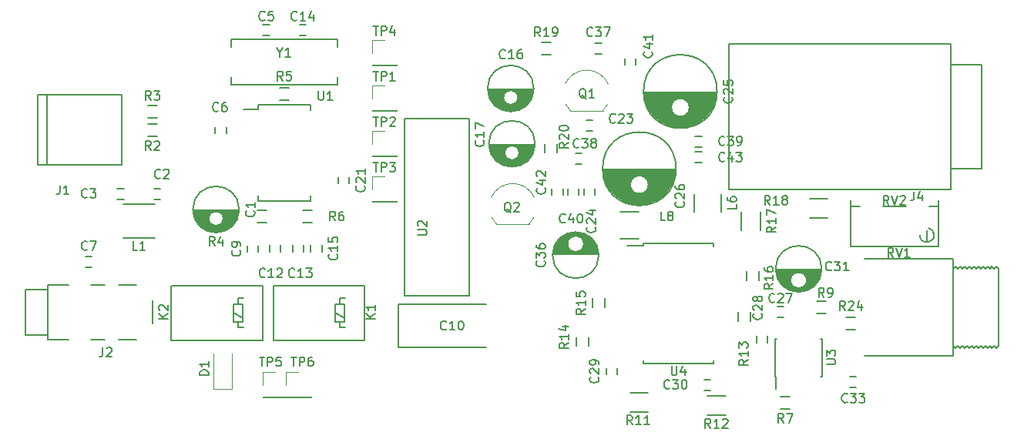
<source format=gto>
G04 #@! TF.FileFunction,Legend,Top*
%FSLAX46Y46*%
G04 Gerber Fmt 4.6, Leading zero omitted, Abs format (unit mm)*
G04 Created by KiCad (PCBNEW 4.0.6) date Sat Sep  9 23:31:10 2017*
%MOMM*%
%LPD*%
G01*
G04 APERTURE LIST*
%ADD10C,0.100000*%
%ADD11C,0.150000*%
%ADD12C,0.120000*%
G04 APERTURE END LIST*
D10*
D11*
X87037500Y-24250000D02*
G75*
G03X87037500Y-24250000I-4037500J0D01*
G01*
X84000000Y-26000000D02*
G75*
G03X84000000Y-26000000I-1000000J0D01*
G01*
X83200000Y-28245000D02*
X82800000Y-28245000D01*
X84067000Y-28105000D02*
X81933000Y-28105000D01*
X84483000Y-27965000D02*
X81517000Y-27965000D01*
X84794000Y-27825000D02*
X81206000Y-27825000D01*
X85050000Y-27685000D02*
X80950000Y-27685000D01*
X85268000Y-27545000D02*
X80732000Y-27545000D01*
X85459000Y-27405000D02*
X80541000Y-27405000D01*
X85629000Y-27265000D02*
X80371000Y-27265000D01*
X85781000Y-27125000D02*
X80219000Y-27125000D01*
X82827000Y-26985000D02*
X80081000Y-26985000D01*
X85919000Y-26985000D02*
X83173000Y-26985000D01*
X82465000Y-26845000D02*
X79956000Y-26845000D01*
X86044000Y-26845000D02*
X83535000Y-26845000D01*
X82291000Y-26705000D02*
X79842000Y-26705000D01*
X86158000Y-26705000D02*
X83709000Y-26705000D01*
X82175000Y-26565000D02*
X79738000Y-26565000D01*
X86262000Y-26565000D02*
X83825000Y-26565000D01*
X82095000Y-26425000D02*
X79643000Y-26425000D01*
X86357000Y-26425000D02*
X83905000Y-26425000D01*
X82041000Y-26285000D02*
X79556000Y-26285000D01*
X86444000Y-26285000D02*
X83959000Y-26285000D01*
X82011000Y-26145000D02*
X79477000Y-26145000D01*
X86523000Y-26145000D02*
X83989000Y-26145000D01*
X82000000Y-26005000D02*
X79406000Y-26005000D01*
X86594000Y-26005000D02*
X84000000Y-26005000D01*
X82009000Y-25865000D02*
X79341000Y-25865000D01*
X86659000Y-25865000D02*
X83991000Y-25865000D01*
X82039000Y-25725000D02*
X79282000Y-25725000D01*
X86718000Y-25725000D02*
X83961000Y-25725000D01*
X82090000Y-25585000D02*
X79229000Y-25585000D01*
X86771000Y-25585000D02*
X83910000Y-25585000D01*
X82168000Y-25445000D02*
X79183000Y-25445000D01*
X86817000Y-25445000D02*
X83832000Y-25445000D01*
X82281000Y-25305000D02*
X79142000Y-25305000D01*
X86858000Y-25305000D02*
X83719000Y-25305000D01*
X82450000Y-25165000D02*
X79106000Y-25165000D01*
X86894000Y-25165000D02*
X83550000Y-25165000D01*
X82778000Y-25025000D02*
X79076000Y-25025000D01*
X86924000Y-25025000D02*
X83222000Y-25025000D01*
X86949000Y-24885000D02*
X79051000Y-24885000D01*
X86969000Y-24745000D02*
X79031000Y-24745000D01*
X86984000Y-24605000D02*
X79016000Y-24605000D01*
X86994000Y-24465000D02*
X79006000Y-24465000D01*
X86999000Y-24325000D02*
X79001000Y-24325000D01*
X21599940Y-24649360D02*
X12400060Y-24649360D01*
X21599940Y-32350640D02*
X21599940Y-24649360D01*
X12400060Y-32350640D02*
X21599940Y-32350640D01*
X12400060Y-24649360D02*
X12400060Y-32350640D01*
X13400820Y-24649360D02*
X13400820Y-32350640D01*
X34517500Y-37220000D02*
G75*
G03X34517500Y-37220000I-2537500J0D01*
G01*
X32780000Y-38220000D02*
G75*
G03X32780000Y-38220000I-800000J0D01*
G01*
X32452000Y-39675000D02*
X31508000Y-39675000D01*
X32924000Y-39535000D02*
X31036000Y-39535000D01*
X33213000Y-39395000D02*
X30747000Y-39395000D01*
X33432000Y-39255000D02*
X30528000Y-39255000D01*
X33611000Y-39115000D02*
X30349000Y-39115000D01*
X31715000Y-38975000D02*
X30200000Y-38975000D01*
X33760000Y-38975000D02*
X32245000Y-38975000D01*
X31468000Y-38835000D02*
X30072000Y-38835000D01*
X33888000Y-38835000D02*
X32492000Y-38835000D01*
X31336000Y-38695000D02*
X29961000Y-38695000D01*
X33999000Y-38695000D02*
X32624000Y-38695000D01*
X31254000Y-38555000D02*
X29866000Y-38555000D01*
X34094000Y-38555000D02*
X32706000Y-38555000D01*
X31204000Y-38415000D02*
X29784000Y-38415000D01*
X34176000Y-38415000D02*
X32756000Y-38415000D01*
X31182000Y-38275000D02*
X29714000Y-38275000D01*
X34246000Y-38275000D02*
X32778000Y-38275000D01*
X31185000Y-38135000D02*
X29653000Y-38135000D01*
X34307000Y-38135000D02*
X32775000Y-38135000D01*
X31212000Y-37995000D02*
X29603000Y-37995000D01*
X34357000Y-37995000D02*
X32748000Y-37995000D01*
X31268000Y-37855000D02*
X29562000Y-37855000D01*
X34398000Y-37855000D02*
X32692000Y-37855000D01*
X31360000Y-37715000D02*
X29529000Y-37715000D01*
X34431000Y-37715000D02*
X32600000Y-37715000D01*
X31507000Y-37575000D02*
X29505000Y-37575000D01*
X34455000Y-37575000D02*
X32453000Y-37575000D01*
X31826000Y-37435000D02*
X29489000Y-37435000D01*
X34471000Y-37435000D02*
X32134000Y-37435000D01*
X34479000Y-37295000D02*
X29481000Y-37295000D01*
X25850000Y-36100000D02*
X25150000Y-36100000D01*
X25150000Y-34900000D02*
X25850000Y-34900000D01*
X21850000Y-36100000D02*
X21150000Y-36100000D01*
X21150000Y-34900000D02*
X21850000Y-34900000D01*
X37850000Y-18100000D02*
X37150000Y-18100000D01*
X37150000Y-16900000D02*
X37850000Y-16900000D01*
X33100000Y-28150000D02*
X33100000Y-28850000D01*
X31900000Y-28850000D02*
X31900000Y-28150000D01*
X17650000Y-42400000D02*
X18350000Y-42400000D01*
X18350000Y-43600000D02*
X17650000Y-43600000D01*
X35400000Y-41900000D02*
X35400000Y-41200000D01*
X36600000Y-41200000D02*
X36600000Y-41900000D01*
X52050000Y-47600000D02*
X52050000Y-52400000D01*
X52050000Y-52400000D02*
X61650000Y-52400000D01*
X52050000Y-47600000D02*
X61650000Y-47600000D01*
X37900000Y-41850000D02*
X37900000Y-41150000D01*
X39100000Y-41150000D02*
X39100000Y-41850000D01*
X41600000Y-41150000D02*
X41600000Y-41850000D01*
X40400000Y-41850000D02*
X40400000Y-41150000D01*
X41150000Y-16900000D02*
X41850000Y-16900000D01*
X41850000Y-18100000D02*
X41150000Y-18100000D01*
X42400000Y-41850000D02*
X42400000Y-41150000D01*
X43600000Y-41150000D02*
X43600000Y-41850000D01*
X66897500Y-23920000D02*
G75*
G03X66897500Y-23920000I-2537500J0D01*
G01*
X65160000Y-24920000D02*
G75*
G03X65160000Y-24920000I-800000J0D01*
G01*
X64832000Y-26375000D02*
X63888000Y-26375000D01*
X65304000Y-26235000D02*
X63416000Y-26235000D01*
X65593000Y-26095000D02*
X63127000Y-26095000D01*
X65812000Y-25955000D02*
X62908000Y-25955000D01*
X65991000Y-25815000D02*
X62729000Y-25815000D01*
X64095000Y-25675000D02*
X62580000Y-25675000D01*
X66140000Y-25675000D02*
X64625000Y-25675000D01*
X63848000Y-25535000D02*
X62452000Y-25535000D01*
X66268000Y-25535000D02*
X64872000Y-25535000D01*
X63716000Y-25395000D02*
X62341000Y-25395000D01*
X66379000Y-25395000D02*
X65004000Y-25395000D01*
X63634000Y-25255000D02*
X62246000Y-25255000D01*
X66474000Y-25255000D02*
X65086000Y-25255000D01*
X63584000Y-25115000D02*
X62164000Y-25115000D01*
X66556000Y-25115000D02*
X65136000Y-25115000D01*
X63562000Y-24975000D02*
X62094000Y-24975000D01*
X66626000Y-24975000D02*
X65158000Y-24975000D01*
X63565000Y-24835000D02*
X62033000Y-24835000D01*
X66687000Y-24835000D02*
X65155000Y-24835000D01*
X63592000Y-24695000D02*
X61983000Y-24695000D01*
X66737000Y-24695000D02*
X65128000Y-24695000D01*
X63648000Y-24555000D02*
X61942000Y-24555000D01*
X66778000Y-24555000D02*
X65072000Y-24555000D01*
X63740000Y-24415000D02*
X61909000Y-24415000D01*
X66811000Y-24415000D02*
X64980000Y-24415000D01*
X63887000Y-24275000D02*
X61885000Y-24275000D01*
X66835000Y-24275000D02*
X64833000Y-24275000D01*
X64206000Y-24135000D02*
X61869000Y-24135000D01*
X66851000Y-24135000D02*
X64514000Y-24135000D01*
X66859000Y-23995000D02*
X61861000Y-23995000D01*
X67037500Y-30000000D02*
G75*
G03X67037500Y-30000000I-2537500J0D01*
G01*
X65300000Y-31000000D02*
G75*
G03X65300000Y-31000000I-800000J0D01*
G01*
X64972000Y-32455000D02*
X64028000Y-32455000D01*
X65444000Y-32315000D02*
X63556000Y-32315000D01*
X65733000Y-32175000D02*
X63267000Y-32175000D01*
X65952000Y-32035000D02*
X63048000Y-32035000D01*
X66131000Y-31895000D02*
X62869000Y-31895000D01*
X64235000Y-31755000D02*
X62720000Y-31755000D01*
X66280000Y-31755000D02*
X64765000Y-31755000D01*
X63988000Y-31615000D02*
X62592000Y-31615000D01*
X66408000Y-31615000D02*
X65012000Y-31615000D01*
X63856000Y-31475000D02*
X62481000Y-31475000D01*
X66519000Y-31475000D02*
X65144000Y-31475000D01*
X63774000Y-31335000D02*
X62386000Y-31335000D01*
X66614000Y-31335000D02*
X65226000Y-31335000D01*
X63724000Y-31195000D02*
X62304000Y-31195000D01*
X66696000Y-31195000D02*
X65276000Y-31195000D01*
X63702000Y-31055000D02*
X62234000Y-31055000D01*
X66766000Y-31055000D02*
X65298000Y-31055000D01*
X63705000Y-30915000D02*
X62173000Y-30915000D01*
X66827000Y-30915000D02*
X65295000Y-30915000D01*
X63732000Y-30775000D02*
X62123000Y-30775000D01*
X66877000Y-30775000D02*
X65268000Y-30775000D01*
X63788000Y-30635000D02*
X62082000Y-30635000D01*
X66918000Y-30635000D02*
X65212000Y-30635000D01*
X63880000Y-30495000D02*
X62049000Y-30495000D01*
X66951000Y-30495000D02*
X65120000Y-30495000D01*
X64027000Y-30355000D02*
X62025000Y-30355000D01*
X66975000Y-30355000D02*
X64973000Y-30355000D01*
X64346000Y-30215000D02*
X62009000Y-30215000D01*
X66991000Y-30215000D02*
X64654000Y-30215000D01*
X66999000Y-30075000D02*
X62001000Y-30075000D01*
X45400000Y-34350000D02*
X45400000Y-33650000D01*
X46600000Y-33650000D02*
X46600000Y-34350000D01*
X72650000Y-27400000D02*
X73350000Y-27400000D01*
X73350000Y-28600000D02*
X72650000Y-28600000D01*
X72400000Y-35600000D02*
X72400000Y-34900000D01*
X73600000Y-34900000D02*
X73600000Y-35600000D01*
X82537500Y-32750000D02*
G75*
G03X82537500Y-32750000I-4037500J0D01*
G01*
X79500000Y-34500000D02*
G75*
G03X79500000Y-34500000I-1000000J0D01*
G01*
X78700000Y-36745000D02*
X78300000Y-36745000D01*
X79567000Y-36605000D02*
X77433000Y-36605000D01*
X79983000Y-36465000D02*
X77017000Y-36465000D01*
X80294000Y-36325000D02*
X76706000Y-36325000D01*
X80550000Y-36185000D02*
X76450000Y-36185000D01*
X80768000Y-36045000D02*
X76232000Y-36045000D01*
X80959000Y-35905000D02*
X76041000Y-35905000D01*
X81129000Y-35765000D02*
X75871000Y-35765000D01*
X81281000Y-35625000D02*
X75719000Y-35625000D01*
X78327000Y-35485000D02*
X75581000Y-35485000D01*
X81419000Y-35485000D02*
X78673000Y-35485000D01*
X77965000Y-35345000D02*
X75456000Y-35345000D01*
X81544000Y-35345000D02*
X79035000Y-35345000D01*
X77791000Y-35205000D02*
X75342000Y-35205000D01*
X81658000Y-35205000D02*
X79209000Y-35205000D01*
X77675000Y-35065000D02*
X75238000Y-35065000D01*
X81762000Y-35065000D02*
X79325000Y-35065000D01*
X77595000Y-34925000D02*
X75143000Y-34925000D01*
X81857000Y-34925000D02*
X79405000Y-34925000D01*
X77541000Y-34785000D02*
X75056000Y-34785000D01*
X81944000Y-34785000D02*
X79459000Y-34785000D01*
X77511000Y-34645000D02*
X74977000Y-34645000D01*
X82023000Y-34645000D02*
X79489000Y-34645000D01*
X77500000Y-34505000D02*
X74906000Y-34505000D01*
X82094000Y-34505000D02*
X79500000Y-34505000D01*
X77509000Y-34365000D02*
X74841000Y-34365000D01*
X82159000Y-34365000D02*
X79491000Y-34365000D01*
X77539000Y-34225000D02*
X74782000Y-34225000D01*
X82218000Y-34225000D02*
X79461000Y-34225000D01*
X77590000Y-34085000D02*
X74729000Y-34085000D01*
X82271000Y-34085000D02*
X79410000Y-34085000D01*
X77668000Y-33945000D02*
X74683000Y-33945000D01*
X82317000Y-33945000D02*
X79332000Y-33945000D01*
X77781000Y-33805000D02*
X74642000Y-33805000D01*
X82358000Y-33805000D02*
X79219000Y-33805000D01*
X77950000Y-33665000D02*
X74606000Y-33665000D01*
X82394000Y-33665000D02*
X79050000Y-33665000D01*
X78278000Y-33525000D02*
X74576000Y-33525000D01*
X82424000Y-33525000D02*
X78722000Y-33525000D01*
X82449000Y-33385000D02*
X74551000Y-33385000D01*
X82469000Y-33245000D02*
X74531000Y-33245000D01*
X82484000Y-33105000D02*
X74516000Y-33105000D01*
X82494000Y-32965000D02*
X74506000Y-32965000D01*
X82499000Y-32825000D02*
X74501000Y-32825000D01*
X94350000Y-49100000D02*
X93650000Y-49100000D01*
X93650000Y-47900000D02*
X94350000Y-47900000D01*
X91400000Y-51850000D02*
X91400000Y-51150000D01*
X92600000Y-51150000D02*
X92600000Y-51850000D01*
X76100000Y-54650000D02*
X76100000Y-55350000D01*
X74900000Y-55350000D02*
X74900000Y-54650000D01*
X86300000Y-57100000D02*
X85600000Y-57100000D01*
X85600000Y-55900000D02*
X86300000Y-55900000D01*
X98537500Y-43750000D02*
G75*
G03X98537500Y-43750000I-2537500J0D01*
G01*
X96900000Y-45000000D02*
G75*
G03X96900000Y-45000000I-900000J0D01*
G01*
X96472000Y-46205000D02*
X95528000Y-46205000D01*
X96944000Y-46065000D02*
X95056000Y-46065000D01*
X97233000Y-45925000D02*
X94767000Y-45925000D01*
X95560000Y-45785000D02*
X94548000Y-45785000D01*
X97452000Y-45785000D02*
X96440000Y-45785000D01*
X95372000Y-45645000D02*
X94369000Y-45645000D01*
X97631000Y-45645000D02*
X96628000Y-45645000D01*
X95255000Y-45505000D02*
X94220000Y-45505000D01*
X97780000Y-45505000D02*
X96745000Y-45505000D01*
X95177000Y-45365000D02*
X94092000Y-45365000D01*
X97908000Y-45365000D02*
X96823000Y-45365000D01*
X95129000Y-45225000D02*
X93981000Y-45225000D01*
X98019000Y-45225000D02*
X96871000Y-45225000D01*
X95104000Y-45085000D02*
X93886000Y-45085000D01*
X98114000Y-45085000D02*
X96896000Y-45085000D01*
X95102000Y-44945000D02*
X93804000Y-44945000D01*
X98196000Y-44945000D02*
X96898000Y-44945000D01*
X95121000Y-44805000D02*
X93734000Y-44805000D01*
X98266000Y-44805000D02*
X96879000Y-44805000D01*
X95165000Y-44665000D02*
X93673000Y-44665000D01*
X98327000Y-44665000D02*
X96835000Y-44665000D01*
X95236000Y-44525000D02*
X93623000Y-44525000D01*
X98377000Y-44525000D02*
X96764000Y-44525000D01*
X95343000Y-44385000D02*
X93582000Y-44385000D01*
X98418000Y-44385000D02*
X96657000Y-44385000D01*
X95510000Y-44245000D02*
X93549000Y-44245000D01*
X98451000Y-44245000D02*
X96490000Y-44245000D01*
X95905000Y-44105000D02*
X93525000Y-44105000D01*
X98475000Y-44105000D02*
X96095000Y-44105000D01*
X98491000Y-43965000D02*
X93509000Y-43965000D01*
X98499000Y-43825000D02*
X93501000Y-43825000D01*
X101620000Y-55580000D02*
X102320000Y-55580000D01*
X102320000Y-56780000D02*
X101620000Y-56780000D01*
X74037500Y-42250000D02*
G75*
G03X74037500Y-42250000I-2537500J0D01*
G01*
X72400000Y-41000000D02*
G75*
G03X72400000Y-41000000I-900000J0D01*
G01*
X71028000Y-39795000D02*
X71972000Y-39795000D01*
X70556000Y-39935000D02*
X72444000Y-39935000D01*
X70267000Y-40075000D02*
X72733000Y-40075000D01*
X71940000Y-40215000D02*
X72952000Y-40215000D01*
X70048000Y-40215000D02*
X71060000Y-40215000D01*
X72128000Y-40355000D02*
X73131000Y-40355000D01*
X69869000Y-40355000D02*
X70872000Y-40355000D01*
X72245000Y-40495000D02*
X73280000Y-40495000D01*
X69720000Y-40495000D02*
X70755000Y-40495000D01*
X72323000Y-40635000D02*
X73408000Y-40635000D01*
X69592000Y-40635000D02*
X70677000Y-40635000D01*
X72371000Y-40775000D02*
X73519000Y-40775000D01*
X69481000Y-40775000D02*
X70629000Y-40775000D01*
X72396000Y-40915000D02*
X73614000Y-40915000D01*
X69386000Y-40915000D02*
X70604000Y-40915000D01*
X72398000Y-41055000D02*
X73696000Y-41055000D01*
X69304000Y-41055000D02*
X70602000Y-41055000D01*
X72379000Y-41195000D02*
X73766000Y-41195000D01*
X69234000Y-41195000D02*
X70621000Y-41195000D01*
X72335000Y-41335000D02*
X73827000Y-41335000D01*
X69173000Y-41335000D02*
X70665000Y-41335000D01*
X72264000Y-41475000D02*
X73877000Y-41475000D01*
X69123000Y-41475000D02*
X70736000Y-41475000D01*
X72157000Y-41615000D02*
X73918000Y-41615000D01*
X69082000Y-41615000D02*
X70843000Y-41615000D01*
X71990000Y-41755000D02*
X73951000Y-41755000D01*
X69049000Y-41755000D02*
X71010000Y-41755000D01*
X71595000Y-41895000D02*
X73975000Y-41895000D01*
X69025000Y-41895000D02*
X71405000Y-41895000D01*
X69009000Y-42035000D02*
X73991000Y-42035000D01*
X69001000Y-42175000D02*
X73999000Y-42175000D01*
D12*
X31710000Y-56960000D02*
X31710000Y-53060000D01*
X33710000Y-56960000D02*
X33710000Y-53060000D01*
X31710000Y-56960000D02*
X33710000Y-56960000D01*
D11*
X88350000Y-19000000D02*
X112750000Y-19000000D01*
X88350000Y-35000000D02*
X88350000Y-19000000D01*
X112750000Y-35000000D02*
X88350000Y-35000000D01*
X116150000Y-21300000D02*
X116150000Y-32700000D01*
X112750000Y-32700000D02*
X116150000Y-32700000D01*
X112750000Y-19000000D02*
X112750000Y-35000000D01*
X112750000Y-21300000D02*
X116150000Y-21300000D01*
X48306500Y-51597000D02*
X48306500Y-45628000D01*
X48300000Y-45600000D02*
X38300000Y-45600000D01*
X38273500Y-51597000D02*
X38273500Y-45628000D01*
X48300000Y-51600000D02*
X38300000Y-51600000D01*
X46084000Y-49565000D02*
X45068000Y-49565000D01*
X45068000Y-47660000D02*
X45068000Y-49565000D01*
X46084000Y-47660000D02*
X45068000Y-47660000D01*
X46084000Y-49565000D02*
X46084000Y-47660000D01*
X45576000Y-50200000D02*
X45576000Y-49565000D01*
X46211000Y-50200000D02*
X45576000Y-50200000D01*
X45576000Y-47000000D02*
X45576000Y-47660000D01*
X46211000Y-47000000D02*
X45576000Y-47000000D01*
X46084000Y-49184000D02*
X45068000Y-48549000D01*
X37106500Y-51597000D02*
X37106500Y-45628000D01*
X37100000Y-45600000D02*
X27100000Y-45600000D01*
X27073500Y-51597000D02*
X27073500Y-45628000D01*
X37100000Y-51600000D02*
X27100000Y-51600000D01*
X34884000Y-49565000D02*
X33868000Y-49565000D01*
X33868000Y-47660000D02*
X33868000Y-49565000D01*
X34884000Y-47660000D02*
X33868000Y-47660000D01*
X34884000Y-49565000D02*
X34884000Y-47660000D01*
X34376000Y-50200000D02*
X34376000Y-49565000D01*
X35011000Y-50200000D02*
X34376000Y-50200000D01*
X34376000Y-47000000D02*
X34376000Y-47660000D01*
X35011000Y-47000000D02*
X34376000Y-47000000D01*
X34884000Y-49184000D02*
X33868000Y-48549000D01*
X21772800Y-36620400D02*
X25227200Y-36620400D01*
X21772800Y-40379600D02*
X25227200Y-40379600D01*
X87475000Y-35500000D02*
X87475000Y-37500000D01*
X84525000Y-37500000D02*
X84525000Y-35500000D01*
X78410000Y-40425000D02*
X76410000Y-40425000D01*
X76410000Y-37475000D02*
X78410000Y-37475000D01*
X24500000Y-27825000D02*
X25500000Y-27825000D01*
X25500000Y-29175000D02*
X24500000Y-29175000D01*
X25500000Y-27175000D02*
X24500000Y-27175000D01*
X24500000Y-25825000D02*
X25500000Y-25825000D01*
X37500000Y-38675000D02*
X36500000Y-38675000D01*
X36500000Y-37325000D02*
X37500000Y-37325000D01*
X39000000Y-23825000D02*
X40000000Y-23825000D01*
X40000000Y-25175000D02*
X39000000Y-25175000D01*
X42500000Y-38675000D02*
X41500000Y-38675000D01*
X41500000Y-37325000D02*
X42500000Y-37325000D01*
X94000000Y-57825000D02*
X95000000Y-57825000D01*
X95000000Y-59175000D02*
X94000000Y-59175000D01*
X98000000Y-47325000D02*
X99000000Y-47325000D01*
X99000000Y-48675000D02*
X98000000Y-48675000D01*
X77470000Y-57345000D02*
X79470000Y-57345000D01*
X79470000Y-59495000D02*
X77470000Y-59495000D01*
X85960000Y-57705000D02*
X87960000Y-57705000D01*
X87960000Y-59855000D02*
X85960000Y-59855000D01*
X89325000Y-49500000D02*
X89325000Y-48500000D01*
X90675000Y-48500000D02*
X90675000Y-49500000D01*
X72925000Y-51250000D02*
X72925000Y-52250000D01*
X71575000Y-52250000D02*
X71575000Y-51250000D01*
X73325000Y-48000000D02*
X73325000Y-47000000D01*
X74675000Y-47000000D02*
X74675000Y-48000000D01*
X91675000Y-44000000D02*
X91675000Y-45000000D01*
X90325000Y-45000000D02*
X90325000Y-44000000D01*
X91825000Y-37500000D02*
X91825000Y-39500000D01*
X89675000Y-39500000D02*
X89675000Y-37500000D01*
X99190000Y-38165000D02*
X97190000Y-38165000D01*
X97190000Y-36015000D02*
X99190000Y-36015000D01*
X113000000Y-42650000D02*
X103250000Y-42650000D01*
X117750000Y-52500000D02*
X118000000Y-52250000D01*
X117500000Y-52250000D02*
X117750000Y-52500000D01*
X117250000Y-52500000D02*
X117500000Y-52250000D01*
X117000000Y-52250000D02*
X117250000Y-52500000D01*
X116750000Y-52500000D02*
X117000000Y-52250000D01*
X116500000Y-52250000D02*
X116750000Y-52500000D01*
X116250000Y-52500000D02*
X116500000Y-52250000D01*
X116000000Y-52250000D02*
X116250000Y-52500000D01*
X115750000Y-52500000D02*
X116000000Y-52250000D01*
X115500000Y-52250000D02*
X115750000Y-52500000D01*
X115250000Y-52500000D02*
X115500000Y-52250000D01*
X115000000Y-52250000D02*
X115250000Y-52500000D01*
X114750000Y-52500000D02*
X115000000Y-52250000D01*
X114500000Y-52250000D02*
X114750000Y-52500000D01*
X114250000Y-52500000D02*
X114500000Y-52250000D01*
X114000000Y-52250000D02*
X114250000Y-52500000D01*
X113750000Y-52500000D02*
X114000000Y-52250000D01*
X113500000Y-52250000D02*
X113750000Y-52500000D01*
X113250000Y-52500000D02*
X113500000Y-52250000D01*
X113000000Y-52250000D02*
X113250000Y-52500000D01*
X113250000Y-43500000D02*
X113000000Y-43750000D01*
X117750000Y-43500000D02*
X118000000Y-43750000D01*
X117500000Y-43750000D02*
X117750000Y-43500000D01*
X117250000Y-43500000D02*
X117500000Y-43750000D01*
X117000000Y-43750000D02*
X117250000Y-43500000D01*
X116750000Y-43500000D02*
X117000000Y-43750000D01*
X116500000Y-43750000D02*
X116750000Y-43500000D01*
X116250000Y-43500000D02*
X116500000Y-43750000D01*
X116000000Y-43750000D02*
X116250000Y-43500000D01*
X115750000Y-43500000D02*
X116000000Y-43750000D01*
X115500000Y-43750000D02*
X115750000Y-43500000D01*
X115250000Y-43500000D02*
X115500000Y-43750000D01*
X115000000Y-43750000D02*
X115250000Y-43500000D01*
X114750000Y-43500000D02*
X115000000Y-43750000D01*
X114500000Y-43750000D02*
X114750000Y-43500000D01*
X114250000Y-43500000D02*
X114500000Y-43750000D01*
X114000000Y-43750000D02*
X114250000Y-43500000D01*
X113750000Y-43500000D02*
X114000000Y-43750000D01*
X113500000Y-43750000D02*
X113750000Y-43500000D01*
X113750000Y-43500000D02*
X113500000Y-43750000D01*
X113250000Y-43500000D02*
X113500000Y-43750000D01*
X118000000Y-43750000D02*
X118000000Y-52250000D01*
X113000000Y-42650000D02*
X113000000Y-53350000D01*
X113000000Y-53350000D02*
X103250000Y-53350000D01*
X36625000Y-26250000D02*
X35025000Y-26250000D01*
X36625000Y-36325000D02*
X42375000Y-36325000D01*
X36625000Y-25675000D02*
X42375000Y-25675000D01*
X36625000Y-36325000D02*
X36625000Y-35675000D01*
X42375000Y-36325000D02*
X42375000Y-35675000D01*
X42375000Y-25675000D02*
X42375000Y-26325000D01*
X36625000Y-25675000D02*
X36625000Y-26250000D01*
X93475000Y-55575000D02*
X93475000Y-56975000D01*
X98575000Y-55575000D02*
X98575000Y-51425000D01*
X93425000Y-55575000D02*
X93425000Y-51425000D01*
X98575000Y-55575000D02*
X98430000Y-55575000D01*
X98575000Y-51425000D02*
X98430000Y-51425000D01*
X93425000Y-51425000D02*
X93570000Y-51425000D01*
X93425000Y-55575000D02*
X93475000Y-55575000D01*
X78925000Y-41230000D02*
X77125000Y-41230000D01*
X78925000Y-54130000D02*
X86675000Y-54130000D01*
X78925000Y-40980000D02*
X86675000Y-40980000D01*
X78925000Y-54130000D02*
X78925000Y-53795000D01*
X86675000Y-54130000D02*
X86675000Y-53795000D01*
X86675000Y-40980000D02*
X86675000Y-41315000D01*
X78925000Y-40980000D02*
X78925000Y-41230000D01*
X33650380Y-18500640D02*
X33650380Y-19349000D01*
X33650380Y-23499360D02*
X33650380Y-22651000D01*
X45349620Y-18500640D02*
X45349620Y-19349000D01*
X45349620Y-23499360D02*
X45349620Y-22651000D01*
X45349620Y-18500640D02*
X33650380Y-18500640D01*
X33650380Y-23499360D02*
X45349620Y-23499360D01*
D12*
X49110000Y-23610000D02*
X50500000Y-23610000D01*
X49110000Y-25000000D02*
X49110000Y-23610000D01*
X51890000Y-26270000D02*
X49110000Y-26270000D01*
X51890000Y-26390000D02*
X51890000Y-26270000D01*
X49110000Y-26390000D02*
X51890000Y-26390000D01*
X49110000Y-26270000D02*
X49110000Y-26390000D01*
X49110000Y-28610000D02*
X50500000Y-28610000D01*
X49110000Y-30000000D02*
X49110000Y-28610000D01*
X51890000Y-31270000D02*
X49110000Y-31270000D01*
X51890000Y-31390000D02*
X51890000Y-31270000D01*
X49110000Y-31390000D02*
X51890000Y-31390000D01*
X49110000Y-31270000D02*
X49110000Y-31390000D01*
X49110000Y-33610000D02*
X50500000Y-33610000D01*
X49110000Y-35000000D02*
X49110000Y-33610000D01*
X51890000Y-36270000D02*
X49110000Y-36270000D01*
X51890000Y-36390000D02*
X51890000Y-36270000D01*
X49110000Y-36390000D02*
X51890000Y-36390000D01*
X49110000Y-36270000D02*
X49110000Y-36390000D01*
X49110000Y-18610000D02*
X50500000Y-18610000D01*
X49110000Y-20000000D02*
X49110000Y-18610000D01*
X51890000Y-21270000D02*
X49110000Y-21270000D01*
X51890000Y-21390000D02*
X51890000Y-21270000D01*
X49110000Y-21390000D02*
X51890000Y-21390000D01*
X49110000Y-21270000D02*
X49110000Y-21390000D01*
D11*
X11000000Y-46000000D02*
X11000000Y-48500000D01*
X21500000Y-45500000D02*
X23250000Y-45500000D01*
X21500000Y-45500000D02*
X21250000Y-45500000D01*
X18250000Y-45500000D02*
X19750000Y-45500000D01*
X19750000Y-51500000D02*
X18250000Y-51500000D01*
X21250000Y-51500000D02*
X23250000Y-51500000D01*
X25000000Y-48250000D02*
X25000000Y-47250000D01*
X25000000Y-48250000D02*
X25000000Y-49750000D01*
X13500000Y-51500000D02*
X15750000Y-51500000D01*
X13500000Y-47750000D02*
X13500000Y-51500000D01*
X13500000Y-45500000D02*
X15750000Y-45500000D01*
X13500000Y-45500000D02*
X13500000Y-47750000D01*
X13500000Y-46000000D02*
X11000000Y-46000000D01*
X11000000Y-48500000D02*
X11000000Y-51000000D01*
X11000000Y-51000000D02*
X13500000Y-51000000D01*
X74350000Y-20100000D02*
X73650000Y-20100000D01*
X73650000Y-18900000D02*
X74350000Y-18900000D01*
X72200000Y-32220000D02*
X71500000Y-32220000D01*
X71500000Y-31020000D02*
X72200000Y-31020000D01*
D12*
X75034184Y-25622795D02*
G75*
G02X74510000Y-26350000I-2324184J1122795D01*
G01*
X75066400Y-23401193D02*
G75*
G03X72710000Y-21900000I-2356400J-1098807D01*
G01*
X70353600Y-23401193D02*
G75*
G02X72710000Y-21900000I2356400J-1098807D01*
G01*
X70385816Y-25622795D02*
G75*
G03X70910000Y-26350000I2324184J1122795D01*
G01*
X70910000Y-26350000D02*
X74510000Y-26350000D01*
X66914184Y-38092795D02*
G75*
G02X66390000Y-38820000I-2324184J1122795D01*
G01*
X66946400Y-35871193D02*
G75*
G03X64590000Y-34370000I-2356400J-1098807D01*
G01*
X62233600Y-35871193D02*
G75*
G02X64590000Y-34370000I2356400J-1098807D01*
G01*
X62265816Y-38092795D02*
G75*
G03X62790000Y-38820000I2324184J1122795D01*
G01*
X62790000Y-38820000D02*
X66390000Y-38820000D01*
D11*
X67750000Y-18825000D02*
X68750000Y-18825000D01*
X68750000Y-20175000D02*
X67750000Y-20175000D01*
X68075000Y-31000000D02*
X68075000Y-30000000D01*
X69425000Y-30000000D02*
X69425000Y-31000000D01*
X84650000Y-29150000D02*
X85350000Y-29150000D01*
X85350000Y-30350000D02*
X84650000Y-30350000D01*
X70650000Y-35600000D02*
X70650000Y-34900000D01*
X71850000Y-34900000D02*
X71850000Y-35600000D01*
X78100000Y-20650000D02*
X78100000Y-21350000D01*
X76900000Y-21350000D02*
X76900000Y-20650000D01*
X68900000Y-35600000D02*
X68900000Y-34900000D01*
X70100000Y-34900000D02*
X70100000Y-35600000D01*
X84650000Y-30900000D02*
X85350000Y-30900000D01*
X85350000Y-32100000D02*
X84650000Y-32100000D01*
X52670000Y-27200000D02*
X59770000Y-27200000D01*
X52670000Y-46700000D02*
X52670000Y-27200000D01*
X59770000Y-46700000D02*
X59770000Y-27200000D01*
X59770000Y-46700000D02*
X52670000Y-46700000D01*
X101250000Y-49075000D02*
X102250000Y-49075000D01*
X102250000Y-50425000D02*
X101250000Y-50425000D01*
X111366000Y-38770000D02*
X111366000Y-40040000D01*
X111366000Y-36230000D02*
X111366000Y-38770000D01*
X101714000Y-41310000D02*
X101714000Y-36230000D01*
X111366000Y-41310000D02*
X101714000Y-41310000D01*
X111366000Y-40040000D02*
X111366000Y-41310000D01*
X110426200Y-39341500D02*
X110248400Y-39252600D01*
X110769100Y-39595500D02*
X110426200Y-39341500D01*
X110870700Y-40001900D02*
X110769100Y-39595500D01*
X110819900Y-40319400D02*
X110870700Y-40001900D01*
X110642100Y-40611500D02*
X110819900Y-40319400D01*
X110286500Y-40814700D02*
X110642100Y-40611500D01*
X109842000Y-40802000D02*
X110286500Y-40814700D01*
X109524500Y-40586100D02*
X109842000Y-40802000D01*
X109346700Y-40306700D02*
X109524500Y-40586100D01*
X109308600Y-40052700D02*
X109346700Y-40306700D01*
X110096000Y-40802000D02*
X110096000Y-39532000D01*
X101714000Y-36865000D02*
X102730000Y-36865000D01*
X105270000Y-36865000D02*
X107810000Y-36865000D01*
X110350000Y-36865000D02*
X111366000Y-36865000D01*
D12*
X37110000Y-55110000D02*
X38500000Y-55110000D01*
X37110000Y-56500000D02*
X37110000Y-55110000D01*
X39890000Y-57770000D02*
X37110000Y-57770000D01*
X39890000Y-57890000D02*
X39890000Y-57770000D01*
X37110000Y-57890000D02*
X39890000Y-57890000D01*
X37110000Y-57770000D02*
X37110000Y-57890000D01*
X39650000Y-55110000D02*
X41040000Y-55110000D01*
X39650000Y-56500000D02*
X39650000Y-55110000D01*
X42430000Y-57770000D02*
X39650000Y-57770000D01*
X42430000Y-57890000D02*
X42430000Y-57770000D01*
X39650000Y-57890000D02*
X42430000Y-57890000D01*
X39650000Y-57770000D02*
X39650000Y-57890000D01*
D11*
X88657143Y-24892857D02*
X88704762Y-24940476D01*
X88752381Y-25083333D01*
X88752381Y-25178571D01*
X88704762Y-25321429D01*
X88609524Y-25416667D01*
X88514286Y-25464286D01*
X88323810Y-25511905D01*
X88180952Y-25511905D01*
X87990476Y-25464286D01*
X87895238Y-25416667D01*
X87800000Y-25321429D01*
X87752381Y-25178571D01*
X87752381Y-25083333D01*
X87800000Y-24940476D01*
X87847619Y-24892857D01*
X87847619Y-24511905D02*
X87800000Y-24464286D01*
X87752381Y-24369048D01*
X87752381Y-24130952D01*
X87800000Y-24035714D01*
X87847619Y-23988095D01*
X87942857Y-23940476D01*
X88038095Y-23940476D01*
X88180952Y-23988095D01*
X88752381Y-24559524D01*
X88752381Y-23940476D01*
X87752381Y-23035714D02*
X87752381Y-23511905D01*
X88228571Y-23559524D01*
X88180952Y-23511905D01*
X88133333Y-23416667D01*
X88133333Y-23178571D01*
X88180952Y-23083333D01*
X88228571Y-23035714D01*
X88323810Y-22988095D01*
X88561905Y-22988095D01*
X88657143Y-23035714D01*
X88704762Y-23083333D01*
X88752381Y-23178571D01*
X88752381Y-23416667D01*
X88704762Y-23511905D01*
X88657143Y-23559524D01*
X14816667Y-34562381D02*
X14816667Y-35276667D01*
X14769047Y-35419524D01*
X14673809Y-35514762D01*
X14530952Y-35562381D01*
X14435714Y-35562381D01*
X15816667Y-35562381D02*
X15245238Y-35562381D01*
X15530952Y-35562381D02*
X15530952Y-34562381D01*
X15435714Y-34705238D01*
X15340476Y-34800476D01*
X15245238Y-34848095D01*
X36137143Y-37386666D02*
X36184762Y-37434285D01*
X36232381Y-37577142D01*
X36232381Y-37672380D01*
X36184762Y-37815238D01*
X36089524Y-37910476D01*
X35994286Y-37958095D01*
X35803810Y-38005714D01*
X35660952Y-38005714D01*
X35470476Y-37958095D01*
X35375238Y-37910476D01*
X35280000Y-37815238D01*
X35232381Y-37672380D01*
X35232381Y-37577142D01*
X35280000Y-37434285D01*
X35327619Y-37386666D01*
X36232381Y-36434285D02*
X36232381Y-37005714D01*
X36232381Y-36720000D02*
X35232381Y-36720000D01*
X35375238Y-36815238D01*
X35470476Y-36910476D01*
X35518095Y-37005714D01*
X25843334Y-33717143D02*
X25795715Y-33764762D01*
X25652858Y-33812381D01*
X25557620Y-33812381D01*
X25414762Y-33764762D01*
X25319524Y-33669524D01*
X25271905Y-33574286D01*
X25224286Y-33383810D01*
X25224286Y-33240952D01*
X25271905Y-33050476D01*
X25319524Y-32955238D01*
X25414762Y-32860000D01*
X25557620Y-32812381D01*
X25652858Y-32812381D01*
X25795715Y-32860000D01*
X25843334Y-32907619D01*
X26224286Y-32907619D02*
X26271905Y-32860000D01*
X26367143Y-32812381D01*
X26605239Y-32812381D01*
X26700477Y-32860000D01*
X26748096Y-32907619D01*
X26795715Y-33002857D01*
X26795715Y-33098095D01*
X26748096Y-33240952D01*
X26176667Y-33812381D01*
X26795715Y-33812381D01*
X17833334Y-35857143D02*
X17785715Y-35904762D01*
X17642858Y-35952381D01*
X17547620Y-35952381D01*
X17404762Y-35904762D01*
X17309524Y-35809524D01*
X17261905Y-35714286D01*
X17214286Y-35523810D01*
X17214286Y-35380952D01*
X17261905Y-35190476D01*
X17309524Y-35095238D01*
X17404762Y-35000000D01*
X17547620Y-34952381D01*
X17642858Y-34952381D01*
X17785715Y-35000000D01*
X17833334Y-35047619D01*
X18166667Y-34952381D02*
X18785715Y-34952381D01*
X18452381Y-35333333D01*
X18595239Y-35333333D01*
X18690477Y-35380952D01*
X18738096Y-35428571D01*
X18785715Y-35523810D01*
X18785715Y-35761905D01*
X18738096Y-35857143D01*
X18690477Y-35904762D01*
X18595239Y-35952381D01*
X18309524Y-35952381D01*
X18214286Y-35904762D01*
X18166667Y-35857143D01*
X37333334Y-16357143D02*
X37285715Y-16404762D01*
X37142858Y-16452381D01*
X37047620Y-16452381D01*
X36904762Y-16404762D01*
X36809524Y-16309524D01*
X36761905Y-16214286D01*
X36714286Y-16023810D01*
X36714286Y-15880952D01*
X36761905Y-15690476D01*
X36809524Y-15595238D01*
X36904762Y-15500000D01*
X37047620Y-15452381D01*
X37142858Y-15452381D01*
X37285715Y-15500000D01*
X37333334Y-15547619D01*
X38238096Y-15452381D02*
X37761905Y-15452381D01*
X37714286Y-15928571D01*
X37761905Y-15880952D01*
X37857143Y-15833333D01*
X38095239Y-15833333D01*
X38190477Y-15880952D01*
X38238096Y-15928571D01*
X38285715Y-16023810D01*
X38285715Y-16261905D01*
X38238096Y-16357143D01*
X38190477Y-16404762D01*
X38095239Y-16452381D01*
X37857143Y-16452381D01*
X37761905Y-16404762D01*
X37714286Y-16357143D01*
X32233334Y-26357143D02*
X32185715Y-26404762D01*
X32042858Y-26452381D01*
X31947620Y-26452381D01*
X31804762Y-26404762D01*
X31709524Y-26309524D01*
X31661905Y-26214286D01*
X31614286Y-26023810D01*
X31614286Y-25880952D01*
X31661905Y-25690476D01*
X31709524Y-25595238D01*
X31804762Y-25500000D01*
X31947620Y-25452381D01*
X32042858Y-25452381D01*
X32185715Y-25500000D01*
X32233334Y-25547619D01*
X33090477Y-25452381D02*
X32900000Y-25452381D01*
X32804762Y-25500000D01*
X32757143Y-25547619D01*
X32661905Y-25690476D01*
X32614286Y-25880952D01*
X32614286Y-26261905D01*
X32661905Y-26357143D01*
X32709524Y-26404762D01*
X32804762Y-26452381D01*
X32995239Y-26452381D01*
X33090477Y-26404762D01*
X33138096Y-26357143D01*
X33185715Y-26261905D01*
X33185715Y-26023810D01*
X33138096Y-25928571D01*
X33090477Y-25880952D01*
X32995239Y-25833333D01*
X32804762Y-25833333D01*
X32709524Y-25880952D01*
X32661905Y-25928571D01*
X32614286Y-26023810D01*
X17833334Y-41607143D02*
X17785715Y-41654762D01*
X17642858Y-41702381D01*
X17547620Y-41702381D01*
X17404762Y-41654762D01*
X17309524Y-41559524D01*
X17261905Y-41464286D01*
X17214286Y-41273810D01*
X17214286Y-41130952D01*
X17261905Y-40940476D01*
X17309524Y-40845238D01*
X17404762Y-40750000D01*
X17547620Y-40702381D01*
X17642858Y-40702381D01*
X17785715Y-40750000D01*
X17833334Y-40797619D01*
X18166667Y-40702381D02*
X18833334Y-40702381D01*
X18404762Y-41702381D01*
X34607143Y-41716666D02*
X34654762Y-41764285D01*
X34702381Y-41907142D01*
X34702381Y-42002380D01*
X34654762Y-42145238D01*
X34559524Y-42240476D01*
X34464286Y-42288095D01*
X34273810Y-42335714D01*
X34130952Y-42335714D01*
X33940476Y-42288095D01*
X33845238Y-42240476D01*
X33750000Y-42145238D01*
X33702381Y-42002380D01*
X33702381Y-41907142D01*
X33750000Y-41764285D01*
X33797619Y-41716666D01*
X34702381Y-41240476D02*
X34702381Y-41050000D01*
X34654762Y-40954761D01*
X34607143Y-40907142D01*
X34464286Y-40811904D01*
X34273810Y-40764285D01*
X33892857Y-40764285D01*
X33797619Y-40811904D01*
X33750000Y-40859523D01*
X33702381Y-40954761D01*
X33702381Y-41145238D01*
X33750000Y-41240476D01*
X33797619Y-41288095D01*
X33892857Y-41335714D01*
X34130952Y-41335714D01*
X34226190Y-41288095D01*
X34273810Y-41240476D01*
X34321429Y-41145238D01*
X34321429Y-40954761D01*
X34273810Y-40859523D01*
X34226190Y-40811904D01*
X34130952Y-40764285D01*
X57277143Y-50367143D02*
X57229524Y-50414762D01*
X57086667Y-50462381D01*
X56991429Y-50462381D01*
X56848571Y-50414762D01*
X56753333Y-50319524D01*
X56705714Y-50224286D01*
X56658095Y-50033810D01*
X56658095Y-49890952D01*
X56705714Y-49700476D01*
X56753333Y-49605238D01*
X56848571Y-49510000D01*
X56991429Y-49462381D01*
X57086667Y-49462381D01*
X57229524Y-49510000D01*
X57277143Y-49557619D01*
X58229524Y-50462381D02*
X57658095Y-50462381D01*
X57943809Y-50462381D02*
X57943809Y-49462381D01*
X57848571Y-49605238D01*
X57753333Y-49700476D01*
X57658095Y-49748095D01*
X58848571Y-49462381D02*
X58943810Y-49462381D01*
X59039048Y-49510000D01*
X59086667Y-49557619D01*
X59134286Y-49652857D01*
X59181905Y-49843333D01*
X59181905Y-50081429D01*
X59134286Y-50271905D01*
X59086667Y-50367143D01*
X59039048Y-50414762D01*
X58943810Y-50462381D01*
X58848571Y-50462381D01*
X58753333Y-50414762D01*
X58705714Y-50367143D01*
X58658095Y-50271905D01*
X58610476Y-50081429D01*
X58610476Y-49843333D01*
X58658095Y-49652857D01*
X58705714Y-49557619D01*
X58753333Y-49510000D01*
X58848571Y-49462381D01*
X37357143Y-44607143D02*
X37309524Y-44654762D01*
X37166667Y-44702381D01*
X37071429Y-44702381D01*
X36928571Y-44654762D01*
X36833333Y-44559524D01*
X36785714Y-44464286D01*
X36738095Y-44273810D01*
X36738095Y-44130952D01*
X36785714Y-43940476D01*
X36833333Y-43845238D01*
X36928571Y-43750000D01*
X37071429Y-43702381D01*
X37166667Y-43702381D01*
X37309524Y-43750000D01*
X37357143Y-43797619D01*
X38309524Y-44702381D02*
X37738095Y-44702381D01*
X38023809Y-44702381D02*
X38023809Y-43702381D01*
X37928571Y-43845238D01*
X37833333Y-43940476D01*
X37738095Y-43988095D01*
X38690476Y-43797619D02*
X38738095Y-43750000D01*
X38833333Y-43702381D01*
X39071429Y-43702381D01*
X39166667Y-43750000D01*
X39214286Y-43797619D01*
X39261905Y-43892857D01*
X39261905Y-43988095D01*
X39214286Y-44130952D01*
X38642857Y-44702381D01*
X39261905Y-44702381D01*
X40607143Y-44607143D02*
X40559524Y-44654762D01*
X40416667Y-44702381D01*
X40321429Y-44702381D01*
X40178571Y-44654762D01*
X40083333Y-44559524D01*
X40035714Y-44464286D01*
X39988095Y-44273810D01*
X39988095Y-44130952D01*
X40035714Y-43940476D01*
X40083333Y-43845238D01*
X40178571Y-43750000D01*
X40321429Y-43702381D01*
X40416667Y-43702381D01*
X40559524Y-43750000D01*
X40607143Y-43797619D01*
X41559524Y-44702381D02*
X40988095Y-44702381D01*
X41273809Y-44702381D02*
X41273809Y-43702381D01*
X41178571Y-43845238D01*
X41083333Y-43940476D01*
X40988095Y-43988095D01*
X41892857Y-43702381D02*
X42511905Y-43702381D01*
X42178571Y-44083333D01*
X42321429Y-44083333D01*
X42416667Y-44130952D01*
X42464286Y-44178571D01*
X42511905Y-44273810D01*
X42511905Y-44511905D01*
X42464286Y-44607143D01*
X42416667Y-44654762D01*
X42321429Y-44702381D01*
X42035714Y-44702381D01*
X41940476Y-44654762D01*
X41892857Y-44607143D01*
X40857143Y-16357143D02*
X40809524Y-16404762D01*
X40666667Y-16452381D01*
X40571429Y-16452381D01*
X40428571Y-16404762D01*
X40333333Y-16309524D01*
X40285714Y-16214286D01*
X40238095Y-16023810D01*
X40238095Y-15880952D01*
X40285714Y-15690476D01*
X40333333Y-15595238D01*
X40428571Y-15500000D01*
X40571429Y-15452381D01*
X40666667Y-15452381D01*
X40809524Y-15500000D01*
X40857143Y-15547619D01*
X41809524Y-16452381D02*
X41238095Y-16452381D01*
X41523809Y-16452381D02*
X41523809Y-15452381D01*
X41428571Y-15595238D01*
X41333333Y-15690476D01*
X41238095Y-15738095D01*
X42666667Y-15785714D02*
X42666667Y-16452381D01*
X42428571Y-15404762D02*
X42190476Y-16119048D01*
X42809524Y-16119048D01*
X45257143Y-42142857D02*
X45304762Y-42190476D01*
X45352381Y-42333333D01*
X45352381Y-42428571D01*
X45304762Y-42571429D01*
X45209524Y-42666667D01*
X45114286Y-42714286D01*
X44923810Y-42761905D01*
X44780952Y-42761905D01*
X44590476Y-42714286D01*
X44495238Y-42666667D01*
X44400000Y-42571429D01*
X44352381Y-42428571D01*
X44352381Y-42333333D01*
X44400000Y-42190476D01*
X44447619Y-42142857D01*
X45352381Y-41190476D02*
X45352381Y-41761905D01*
X45352381Y-41476191D02*
X44352381Y-41476191D01*
X44495238Y-41571429D01*
X44590476Y-41666667D01*
X44638095Y-41761905D01*
X44352381Y-40285714D02*
X44352381Y-40761905D01*
X44828571Y-40809524D01*
X44780952Y-40761905D01*
X44733333Y-40666667D01*
X44733333Y-40428571D01*
X44780952Y-40333333D01*
X44828571Y-40285714D01*
X44923810Y-40238095D01*
X45161905Y-40238095D01*
X45257143Y-40285714D01*
X45304762Y-40333333D01*
X45352381Y-40428571D01*
X45352381Y-40666667D01*
X45304762Y-40761905D01*
X45257143Y-40809524D01*
X63757143Y-20557143D02*
X63709524Y-20604762D01*
X63566667Y-20652381D01*
X63471429Y-20652381D01*
X63328571Y-20604762D01*
X63233333Y-20509524D01*
X63185714Y-20414286D01*
X63138095Y-20223810D01*
X63138095Y-20080952D01*
X63185714Y-19890476D01*
X63233333Y-19795238D01*
X63328571Y-19700000D01*
X63471429Y-19652381D01*
X63566667Y-19652381D01*
X63709524Y-19700000D01*
X63757143Y-19747619D01*
X64709524Y-20652381D02*
X64138095Y-20652381D01*
X64423809Y-20652381D02*
X64423809Y-19652381D01*
X64328571Y-19795238D01*
X64233333Y-19890476D01*
X64138095Y-19938095D01*
X65566667Y-19652381D02*
X65376190Y-19652381D01*
X65280952Y-19700000D01*
X65233333Y-19747619D01*
X65138095Y-19890476D01*
X65090476Y-20080952D01*
X65090476Y-20461905D01*
X65138095Y-20557143D01*
X65185714Y-20604762D01*
X65280952Y-20652381D01*
X65471429Y-20652381D01*
X65566667Y-20604762D01*
X65614286Y-20557143D01*
X65661905Y-20461905D01*
X65661905Y-20223810D01*
X65614286Y-20128571D01*
X65566667Y-20080952D01*
X65471429Y-20033333D01*
X65280952Y-20033333D01*
X65185714Y-20080952D01*
X65138095Y-20128571D01*
X65090476Y-20223810D01*
X61357143Y-29642857D02*
X61404762Y-29690476D01*
X61452381Y-29833333D01*
X61452381Y-29928571D01*
X61404762Y-30071429D01*
X61309524Y-30166667D01*
X61214286Y-30214286D01*
X61023810Y-30261905D01*
X60880952Y-30261905D01*
X60690476Y-30214286D01*
X60595238Y-30166667D01*
X60500000Y-30071429D01*
X60452381Y-29928571D01*
X60452381Y-29833333D01*
X60500000Y-29690476D01*
X60547619Y-29642857D01*
X61452381Y-28690476D02*
X61452381Y-29261905D01*
X61452381Y-28976191D02*
X60452381Y-28976191D01*
X60595238Y-29071429D01*
X60690476Y-29166667D01*
X60738095Y-29261905D01*
X60452381Y-28357143D02*
X60452381Y-27690476D01*
X61452381Y-28119048D01*
X48257143Y-34642857D02*
X48304762Y-34690476D01*
X48352381Y-34833333D01*
X48352381Y-34928571D01*
X48304762Y-35071429D01*
X48209524Y-35166667D01*
X48114286Y-35214286D01*
X47923810Y-35261905D01*
X47780952Y-35261905D01*
X47590476Y-35214286D01*
X47495238Y-35166667D01*
X47400000Y-35071429D01*
X47352381Y-34928571D01*
X47352381Y-34833333D01*
X47400000Y-34690476D01*
X47447619Y-34642857D01*
X47447619Y-34261905D02*
X47400000Y-34214286D01*
X47352381Y-34119048D01*
X47352381Y-33880952D01*
X47400000Y-33785714D01*
X47447619Y-33738095D01*
X47542857Y-33690476D01*
X47638095Y-33690476D01*
X47780952Y-33738095D01*
X48352381Y-34309524D01*
X48352381Y-33690476D01*
X48352381Y-32738095D02*
X48352381Y-33309524D01*
X48352381Y-33023810D02*
X47352381Y-33023810D01*
X47495238Y-33119048D01*
X47590476Y-33214286D01*
X47638095Y-33309524D01*
X75857143Y-27607143D02*
X75809524Y-27654762D01*
X75666667Y-27702381D01*
X75571429Y-27702381D01*
X75428571Y-27654762D01*
X75333333Y-27559524D01*
X75285714Y-27464286D01*
X75238095Y-27273810D01*
X75238095Y-27130952D01*
X75285714Y-26940476D01*
X75333333Y-26845238D01*
X75428571Y-26750000D01*
X75571429Y-26702381D01*
X75666667Y-26702381D01*
X75809524Y-26750000D01*
X75857143Y-26797619D01*
X76238095Y-26797619D02*
X76285714Y-26750000D01*
X76380952Y-26702381D01*
X76619048Y-26702381D01*
X76714286Y-26750000D01*
X76761905Y-26797619D01*
X76809524Y-26892857D01*
X76809524Y-26988095D01*
X76761905Y-27130952D01*
X76190476Y-27702381D01*
X76809524Y-27702381D01*
X77142857Y-26702381D02*
X77761905Y-26702381D01*
X77428571Y-27083333D01*
X77571429Y-27083333D01*
X77666667Y-27130952D01*
X77714286Y-27178571D01*
X77761905Y-27273810D01*
X77761905Y-27511905D01*
X77714286Y-27607143D01*
X77666667Y-27654762D01*
X77571429Y-27702381D01*
X77285714Y-27702381D01*
X77190476Y-27654762D01*
X77142857Y-27607143D01*
X73607143Y-39142857D02*
X73654762Y-39190476D01*
X73702381Y-39333333D01*
X73702381Y-39428571D01*
X73654762Y-39571429D01*
X73559524Y-39666667D01*
X73464286Y-39714286D01*
X73273810Y-39761905D01*
X73130952Y-39761905D01*
X72940476Y-39714286D01*
X72845238Y-39666667D01*
X72750000Y-39571429D01*
X72702381Y-39428571D01*
X72702381Y-39333333D01*
X72750000Y-39190476D01*
X72797619Y-39142857D01*
X72797619Y-38761905D02*
X72750000Y-38714286D01*
X72702381Y-38619048D01*
X72702381Y-38380952D01*
X72750000Y-38285714D01*
X72797619Y-38238095D01*
X72892857Y-38190476D01*
X72988095Y-38190476D01*
X73130952Y-38238095D01*
X73702381Y-38809524D01*
X73702381Y-38190476D01*
X73035714Y-37333333D02*
X73702381Y-37333333D01*
X72654762Y-37571429D02*
X73369048Y-37809524D01*
X73369048Y-37190476D01*
X83357143Y-36392857D02*
X83404762Y-36440476D01*
X83452381Y-36583333D01*
X83452381Y-36678571D01*
X83404762Y-36821429D01*
X83309524Y-36916667D01*
X83214286Y-36964286D01*
X83023810Y-37011905D01*
X82880952Y-37011905D01*
X82690476Y-36964286D01*
X82595238Y-36916667D01*
X82500000Y-36821429D01*
X82452381Y-36678571D01*
X82452381Y-36583333D01*
X82500000Y-36440476D01*
X82547619Y-36392857D01*
X82547619Y-36011905D02*
X82500000Y-35964286D01*
X82452381Y-35869048D01*
X82452381Y-35630952D01*
X82500000Y-35535714D01*
X82547619Y-35488095D01*
X82642857Y-35440476D01*
X82738095Y-35440476D01*
X82880952Y-35488095D01*
X83452381Y-36059524D01*
X83452381Y-35440476D01*
X82452381Y-34583333D02*
X82452381Y-34773810D01*
X82500000Y-34869048D01*
X82547619Y-34916667D01*
X82690476Y-35011905D01*
X82880952Y-35059524D01*
X83261905Y-35059524D01*
X83357143Y-35011905D01*
X83404762Y-34964286D01*
X83452381Y-34869048D01*
X83452381Y-34678571D01*
X83404762Y-34583333D01*
X83357143Y-34535714D01*
X83261905Y-34488095D01*
X83023810Y-34488095D01*
X82928571Y-34535714D01*
X82880952Y-34583333D01*
X82833333Y-34678571D01*
X82833333Y-34869048D01*
X82880952Y-34964286D01*
X82928571Y-35011905D01*
X83023810Y-35059524D01*
X93357143Y-47357143D02*
X93309524Y-47404762D01*
X93166667Y-47452381D01*
X93071429Y-47452381D01*
X92928571Y-47404762D01*
X92833333Y-47309524D01*
X92785714Y-47214286D01*
X92738095Y-47023810D01*
X92738095Y-46880952D01*
X92785714Y-46690476D01*
X92833333Y-46595238D01*
X92928571Y-46500000D01*
X93071429Y-46452381D01*
X93166667Y-46452381D01*
X93309524Y-46500000D01*
X93357143Y-46547619D01*
X93738095Y-46547619D02*
X93785714Y-46500000D01*
X93880952Y-46452381D01*
X94119048Y-46452381D01*
X94214286Y-46500000D01*
X94261905Y-46547619D01*
X94309524Y-46642857D01*
X94309524Y-46738095D01*
X94261905Y-46880952D01*
X93690476Y-47452381D01*
X94309524Y-47452381D01*
X94642857Y-46452381D02*
X95309524Y-46452381D01*
X94880952Y-47452381D01*
X91907143Y-48672857D02*
X91954762Y-48720476D01*
X92002381Y-48863333D01*
X92002381Y-48958571D01*
X91954762Y-49101429D01*
X91859524Y-49196667D01*
X91764286Y-49244286D01*
X91573810Y-49291905D01*
X91430952Y-49291905D01*
X91240476Y-49244286D01*
X91145238Y-49196667D01*
X91050000Y-49101429D01*
X91002381Y-48958571D01*
X91002381Y-48863333D01*
X91050000Y-48720476D01*
X91097619Y-48672857D01*
X91097619Y-48291905D02*
X91050000Y-48244286D01*
X91002381Y-48149048D01*
X91002381Y-47910952D01*
X91050000Y-47815714D01*
X91097619Y-47768095D01*
X91192857Y-47720476D01*
X91288095Y-47720476D01*
X91430952Y-47768095D01*
X92002381Y-48339524D01*
X92002381Y-47720476D01*
X91430952Y-47149048D02*
X91383333Y-47244286D01*
X91335714Y-47291905D01*
X91240476Y-47339524D01*
X91192857Y-47339524D01*
X91097619Y-47291905D01*
X91050000Y-47244286D01*
X91002381Y-47149048D01*
X91002381Y-46958571D01*
X91050000Y-46863333D01*
X91097619Y-46815714D01*
X91192857Y-46768095D01*
X91240476Y-46768095D01*
X91335714Y-46815714D01*
X91383333Y-46863333D01*
X91430952Y-46958571D01*
X91430952Y-47149048D01*
X91478571Y-47244286D01*
X91526190Y-47291905D01*
X91621429Y-47339524D01*
X91811905Y-47339524D01*
X91907143Y-47291905D01*
X91954762Y-47244286D01*
X92002381Y-47149048D01*
X92002381Y-46958571D01*
X91954762Y-46863333D01*
X91907143Y-46815714D01*
X91811905Y-46768095D01*
X91621429Y-46768095D01*
X91526190Y-46815714D01*
X91478571Y-46863333D01*
X91430952Y-46958571D01*
X73957143Y-55642857D02*
X74004762Y-55690476D01*
X74052381Y-55833333D01*
X74052381Y-55928571D01*
X74004762Y-56071429D01*
X73909524Y-56166667D01*
X73814286Y-56214286D01*
X73623810Y-56261905D01*
X73480952Y-56261905D01*
X73290476Y-56214286D01*
X73195238Y-56166667D01*
X73100000Y-56071429D01*
X73052381Y-55928571D01*
X73052381Y-55833333D01*
X73100000Y-55690476D01*
X73147619Y-55642857D01*
X73147619Y-55261905D02*
X73100000Y-55214286D01*
X73052381Y-55119048D01*
X73052381Y-54880952D01*
X73100000Y-54785714D01*
X73147619Y-54738095D01*
X73242857Y-54690476D01*
X73338095Y-54690476D01*
X73480952Y-54738095D01*
X74052381Y-55309524D01*
X74052381Y-54690476D01*
X74052381Y-54214286D02*
X74052381Y-54023810D01*
X74004762Y-53928571D01*
X73957143Y-53880952D01*
X73814286Y-53785714D01*
X73623810Y-53738095D01*
X73242857Y-53738095D01*
X73147619Y-53785714D01*
X73100000Y-53833333D01*
X73052381Y-53928571D01*
X73052381Y-54119048D01*
X73100000Y-54214286D01*
X73147619Y-54261905D01*
X73242857Y-54309524D01*
X73480952Y-54309524D01*
X73576190Y-54261905D01*
X73623810Y-54214286D01*
X73671429Y-54119048D01*
X73671429Y-53928571D01*
X73623810Y-53833333D01*
X73576190Y-53785714D01*
X73480952Y-53738095D01*
X81807143Y-56857143D02*
X81759524Y-56904762D01*
X81616667Y-56952381D01*
X81521429Y-56952381D01*
X81378571Y-56904762D01*
X81283333Y-56809524D01*
X81235714Y-56714286D01*
X81188095Y-56523810D01*
X81188095Y-56380952D01*
X81235714Y-56190476D01*
X81283333Y-56095238D01*
X81378571Y-56000000D01*
X81521429Y-55952381D01*
X81616667Y-55952381D01*
X81759524Y-56000000D01*
X81807143Y-56047619D01*
X82140476Y-55952381D02*
X82759524Y-55952381D01*
X82426190Y-56333333D01*
X82569048Y-56333333D01*
X82664286Y-56380952D01*
X82711905Y-56428571D01*
X82759524Y-56523810D01*
X82759524Y-56761905D01*
X82711905Y-56857143D01*
X82664286Y-56904762D01*
X82569048Y-56952381D01*
X82283333Y-56952381D01*
X82188095Y-56904762D01*
X82140476Y-56857143D01*
X83378571Y-55952381D02*
X83473810Y-55952381D01*
X83569048Y-56000000D01*
X83616667Y-56047619D01*
X83664286Y-56142857D01*
X83711905Y-56333333D01*
X83711905Y-56571429D01*
X83664286Y-56761905D01*
X83616667Y-56857143D01*
X83569048Y-56904762D01*
X83473810Y-56952381D01*
X83378571Y-56952381D01*
X83283333Y-56904762D01*
X83235714Y-56857143D01*
X83188095Y-56761905D01*
X83140476Y-56571429D01*
X83140476Y-56333333D01*
X83188095Y-56142857D01*
X83235714Y-56047619D01*
X83283333Y-56000000D01*
X83378571Y-55952381D01*
X99607143Y-43857143D02*
X99559524Y-43904762D01*
X99416667Y-43952381D01*
X99321429Y-43952381D01*
X99178571Y-43904762D01*
X99083333Y-43809524D01*
X99035714Y-43714286D01*
X98988095Y-43523810D01*
X98988095Y-43380952D01*
X99035714Y-43190476D01*
X99083333Y-43095238D01*
X99178571Y-43000000D01*
X99321429Y-42952381D01*
X99416667Y-42952381D01*
X99559524Y-43000000D01*
X99607143Y-43047619D01*
X99940476Y-42952381D02*
X100559524Y-42952381D01*
X100226190Y-43333333D01*
X100369048Y-43333333D01*
X100464286Y-43380952D01*
X100511905Y-43428571D01*
X100559524Y-43523810D01*
X100559524Y-43761905D01*
X100511905Y-43857143D01*
X100464286Y-43904762D01*
X100369048Y-43952381D01*
X100083333Y-43952381D01*
X99988095Y-43904762D01*
X99940476Y-43857143D01*
X101511905Y-43952381D02*
X100940476Y-43952381D01*
X101226190Y-43952381D02*
X101226190Y-42952381D01*
X101130952Y-43095238D01*
X101035714Y-43190476D01*
X100940476Y-43238095D01*
X101357143Y-58357143D02*
X101309524Y-58404762D01*
X101166667Y-58452381D01*
X101071429Y-58452381D01*
X100928571Y-58404762D01*
X100833333Y-58309524D01*
X100785714Y-58214286D01*
X100738095Y-58023810D01*
X100738095Y-57880952D01*
X100785714Y-57690476D01*
X100833333Y-57595238D01*
X100928571Y-57500000D01*
X101071429Y-57452381D01*
X101166667Y-57452381D01*
X101309524Y-57500000D01*
X101357143Y-57547619D01*
X101690476Y-57452381D02*
X102309524Y-57452381D01*
X101976190Y-57833333D01*
X102119048Y-57833333D01*
X102214286Y-57880952D01*
X102261905Y-57928571D01*
X102309524Y-58023810D01*
X102309524Y-58261905D01*
X102261905Y-58357143D01*
X102214286Y-58404762D01*
X102119048Y-58452381D01*
X101833333Y-58452381D01*
X101738095Y-58404762D01*
X101690476Y-58357143D01*
X102642857Y-57452381D02*
X103261905Y-57452381D01*
X102928571Y-57833333D01*
X103071429Y-57833333D01*
X103166667Y-57880952D01*
X103214286Y-57928571D01*
X103261905Y-58023810D01*
X103261905Y-58261905D01*
X103214286Y-58357143D01*
X103166667Y-58404762D01*
X103071429Y-58452381D01*
X102785714Y-58452381D01*
X102690476Y-58404762D01*
X102642857Y-58357143D01*
X68057143Y-42892857D02*
X68104762Y-42940476D01*
X68152381Y-43083333D01*
X68152381Y-43178571D01*
X68104762Y-43321429D01*
X68009524Y-43416667D01*
X67914286Y-43464286D01*
X67723810Y-43511905D01*
X67580952Y-43511905D01*
X67390476Y-43464286D01*
X67295238Y-43416667D01*
X67200000Y-43321429D01*
X67152381Y-43178571D01*
X67152381Y-43083333D01*
X67200000Y-42940476D01*
X67247619Y-42892857D01*
X67152381Y-42559524D02*
X67152381Y-41940476D01*
X67533333Y-42273810D01*
X67533333Y-42130952D01*
X67580952Y-42035714D01*
X67628571Y-41988095D01*
X67723810Y-41940476D01*
X67961905Y-41940476D01*
X68057143Y-41988095D01*
X68104762Y-42035714D01*
X68152381Y-42130952D01*
X68152381Y-42416667D01*
X68104762Y-42511905D01*
X68057143Y-42559524D01*
X67152381Y-41083333D02*
X67152381Y-41273810D01*
X67200000Y-41369048D01*
X67247619Y-41416667D01*
X67390476Y-41511905D01*
X67580952Y-41559524D01*
X67961905Y-41559524D01*
X68057143Y-41511905D01*
X68104762Y-41464286D01*
X68152381Y-41369048D01*
X68152381Y-41178571D01*
X68104762Y-41083333D01*
X68057143Y-41035714D01*
X67961905Y-40988095D01*
X67723810Y-40988095D01*
X67628571Y-41035714D01*
X67580952Y-41083333D01*
X67533333Y-41178571D01*
X67533333Y-41369048D01*
X67580952Y-41464286D01*
X67628571Y-41511905D01*
X67723810Y-41559524D01*
X31162381Y-55448095D02*
X30162381Y-55448095D01*
X30162381Y-55210000D01*
X30210000Y-55067142D01*
X30305238Y-54971904D01*
X30400476Y-54924285D01*
X30590952Y-54876666D01*
X30733810Y-54876666D01*
X30924286Y-54924285D01*
X31019524Y-54971904D01*
X31114762Y-55067142D01*
X31162381Y-55210000D01*
X31162381Y-55448095D01*
X31162381Y-53924285D02*
X31162381Y-54495714D01*
X31162381Y-54210000D02*
X30162381Y-54210000D01*
X30305238Y-54305238D01*
X30400476Y-54400476D01*
X30448095Y-54495714D01*
X108666667Y-35252381D02*
X108666667Y-35966667D01*
X108619047Y-36109524D01*
X108523809Y-36204762D01*
X108380952Y-36252381D01*
X108285714Y-36252381D01*
X109571429Y-35585714D02*
X109571429Y-36252381D01*
X109333333Y-35204762D02*
X109095238Y-35919048D01*
X109714286Y-35919048D01*
X49452381Y-49238095D02*
X48452381Y-49238095D01*
X49452381Y-48666666D02*
X48880952Y-49095238D01*
X48452381Y-48666666D02*
X49023810Y-49238095D01*
X49452381Y-47714285D02*
X49452381Y-48285714D01*
X49452381Y-48000000D02*
X48452381Y-48000000D01*
X48595238Y-48095238D01*
X48690476Y-48190476D01*
X48738095Y-48285714D01*
X26702381Y-49238095D02*
X25702381Y-49238095D01*
X26702381Y-48666666D02*
X26130952Y-49095238D01*
X25702381Y-48666666D02*
X26273810Y-49238095D01*
X25797619Y-48285714D02*
X25750000Y-48238095D01*
X25702381Y-48142857D01*
X25702381Y-47904761D01*
X25750000Y-47809523D01*
X25797619Y-47761904D01*
X25892857Y-47714285D01*
X25988095Y-47714285D01*
X26130952Y-47761904D01*
X26702381Y-48333333D01*
X26702381Y-47714285D01*
X23333334Y-41702381D02*
X22857143Y-41702381D01*
X22857143Y-40702381D01*
X24190477Y-41702381D02*
X23619048Y-41702381D01*
X23904762Y-41702381D02*
X23904762Y-40702381D01*
X23809524Y-40845238D01*
X23714286Y-40940476D01*
X23619048Y-40988095D01*
X89152381Y-36666666D02*
X89152381Y-37142857D01*
X88152381Y-37142857D01*
X88152381Y-35904761D02*
X88152381Y-36095238D01*
X88200000Y-36190476D01*
X88247619Y-36238095D01*
X88390476Y-36333333D01*
X88580952Y-36380952D01*
X88961905Y-36380952D01*
X89057143Y-36333333D01*
X89104762Y-36285714D01*
X89152381Y-36190476D01*
X89152381Y-35999999D01*
X89104762Y-35904761D01*
X89057143Y-35857142D01*
X88961905Y-35809523D01*
X88723810Y-35809523D01*
X88628571Y-35857142D01*
X88580952Y-35904761D01*
X88533333Y-35999999D01*
X88533333Y-36190476D01*
X88580952Y-36285714D01*
X88628571Y-36333333D01*
X88723810Y-36380952D01*
X81333334Y-38452381D02*
X80857143Y-38452381D01*
X80857143Y-37452381D01*
X81809524Y-37880952D02*
X81714286Y-37833333D01*
X81666667Y-37785714D01*
X81619048Y-37690476D01*
X81619048Y-37642857D01*
X81666667Y-37547619D01*
X81714286Y-37500000D01*
X81809524Y-37452381D01*
X82000001Y-37452381D01*
X82095239Y-37500000D01*
X82142858Y-37547619D01*
X82190477Y-37642857D01*
X82190477Y-37690476D01*
X82142858Y-37785714D01*
X82095239Y-37833333D01*
X82000001Y-37880952D01*
X81809524Y-37880952D01*
X81714286Y-37928571D01*
X81666667Y-37976190D01*
X81619048Y-38071429D01*
X81619048Y-38261905D01*
X81666667Y-38357143D01*
X81714286Y-38404762D01*
X81809524Y-38452381D01*
X82000001Y-38452381D01*
X82095239Y-38404762D01*
X82142858Y-38357143D01*
X82190477Y-38261905D01*
X82190477Y-38071429D01*
X82142858Y-37976190D01*
X82095239Y-37928571D01*
X82000001Y-37880952D01*
X24833334Y-30702381D02*
X24500000Y-30226190D01*
X24261905Y-30702381D02*
X24261905Y-29702381D01*
X24642858Y-29702381D01*
X24738096Y-29750000D01*
X24785715Y-29797619D01*
X24833334Y-29892857D01*
X24833334Y-30035714D01*
X24785715Y-30130952D01*
X24738096Y-30178571D01*
X24642858Y-30226190D01*
X24261905Y-30226190D01*
X25214286Y-29797619D02*
X25261905Y-29750000D01*
X25357143Y-29702381D01*
X25595239Y-29702381D01*
X25690477Y-29750000D01*
X25738096Y-29797619D01*
X25785715Y-29892857D01*
X25785715Y-29988095D01*
X25738096Y-30130952D01*
X25166667Y-30702381D01*
X25785715Y-30702381D01*
X24833334Y-25202381D02*
X24500000Y-24726190D01*
X24261905Y-25202381D02*
X24261905Y-24202381D01*
X24642858Y-24202381D01*
X24738096Y-24250000D01*
X24785715Y-24297619D01*
X24833334Y-24392857D01*
X24833334Y-24535714D01*
X24785715Y-24630952D01*
X24738096Y-24678571D01*
X24642858Y-24726190D01*
X24261905Y-24726190D01*
X25166667Y-24202381D02*
X25785715Y-24202381D01*
X25452381Y-24583333D01*
X25595239Y-24583333D01*
X25690477Y-24630952D01*
X25738096Y-24678571D01*
X25785715Y-24773810D01*
X25785715Y-25011905D01*
X25738096Y-25107143D01*
X25690477Y-25154762D01*
X25595239Y-25202381D01*
X25309524Y-25202381D01*
X25214286Y-25154762D01*
X25166667Y-25107143D01*
X31833334Y-41202381D02*
X31500000Y-40726190D01*
X31261905Y-41202381D02*
X31261905Y-40202381D01*
X31642858Y-40202381D01*
X31738096Y-40250000D01*
X31785715Y-40297619D01*
X31833334Y-40392857D01*
X31833334Y-40535714D01*
X31785715Y-40630952D01*
X31738096Y-40678571D01*
X31642858Y-40726190D01*
X31261905Y-40726190D01*
X32690477Y-40535714D02*
X32690477Y-41202381D01*
X32452381Y-40154762D02*
X32214286Y-40869048D01*
X32833334Y-40869048D01*
X39333334Y-23052381D02*
X39000000Y-22576190D01*
X38761905Y-23052381D02*
X38761905Y-22052381D01*
X39142858Y-22052381D01*
X39238096Y-22100000D01*
X39285715Y-22147619D01*
X39333334Y-22242857D01*
X39333334Y-22385714D01*
X39285715Y-22480952D01*
X39238096Y-22528571D01*
X39142858Y-22576190D01*
X38761905Y-22576190D01*
X40238096Y-22052381D02*
X39761905Y-22052381D01*
X39714286Y-22528571D01*
X39761905Y-22480952D01*
X39857143Y-22433333D01*
X40095239Y-22433333D01*
X40190477Y-22480952D01*
X40238096Y-22528571D01*
X40285715Y-22623810D01*
X40285715Y-22861905D01*
X40238096Y-22957143D01*
X40190477Y-23004762D01*
X40095239Y-23052381D01*
X39857143Y-23052381D01*
X39761905Y-23004762D01*
X39714286Y-22957143D01*
X45083334Y-38452381D02*
X44750000Y-37976190D01*
X44511905Y-38452381D02*
X44511905Y-37452381D01*
X44892858Y-37452381D01*
X44988096Y-37500000D01*
X45035715Y-37547619D01*
X45083334Y-37642857D01*
X45083334Y-37785714D01*
X45035715Y-37880952D01*
X44988096Y-37928571D01*
X44892858Y-37976190D01*
X44511905Y-37976190D01*
X45940477Y-37452381D02*
X45750000Y-37452381D01*
X45654762Y-37500000D01*
X45607143Y-37547619D01*
X45511905Y-37690476D01*
X45464286Y-37880952D01*
X45464286Y-38261905D01*
X45511905Y-38357143D01*
X45559524Y-38404762D01*
X45654762Y-38452381D01*
X45845239Y-38452381D01*
X45940477Y-38404762D01*
X45988096Y-38357143D01*
X46035715Y-38261905D01*
X46035715Y-38023810D01*
X45988096Y-37928571D01*
X45940477Y-37880952D01*
X45845239Y-37833333D01*
X45654762Y-37833333D01*
X45559524Y-37880952D01*
X45511905Y-37928571D01*
X45464286Y-38023810D01*
X94333334Y-60652381D02*
X94000000Y-60176190D01*
X93761905Y-60652381D02*
X93761905Y-59652381D01*
X94142858Y-59652381D01*
X94238096Y-59700000D01*
X94285715Y-59747619D01*
X94333334Y-59842857D01*
X94333334Y-59985714D01*
X94285715Y-60080952D01*
X94238096Y-60128571D01*
X94142858Y-60176190D01*
X93761905Y-60176190D01*
X94666667Y-59652381D02*
X95333334Y-59652381D01*
X94904762Y-60652381D01*
X98793334Y-46852381D02*
X98460000Y-46376190D01*
X98221905Y-46852381D02*
X98221905Y-45852381D01*
X98602858Y-45852381D01*
X98698096Y-45900000D01*
X98745715Y-45947619D01*
X98793334Y-46042857D01*
X98793334Y-46185714D01*
X98745715Y-46280952D01*
X98698096Y-46328571D01*
X98602858Y-46376190D01*
X98221905Y-46376190D01*
X99269524Y-46852381D02*
X99460000Y-46852381D01*
X99555239Y-46804762D01*
X99602858Y-46757143D01*
X99698096Y-46614286D01*
X99745715Y-46423810D01*
X99745715Y-46042857D01*
X99698096Y-45947619D01*
X99650477Y-45900000D01*
X99555239Y-45852381D01*
X99364762Y-45852381D01*
X99269524Y-45900000D01*
X99221905Y-45947619D01*
X99174286Y-46042857D01*
X99174286Y-46280952D01*
X99221905Y-46376190D01*
X99269524Y-46423810D01*
X99364762Y-46471429D01*
X99555239Y-46471429D01*
X99650477Y-46423810D01*
X99698096Y-46376190D01*
X99745715Y-46280952D01*
X77727143Y-60872381D02*
X77393809Y-60396190D01*
X77155714Y-60872381D02*
X77155714Y-59872381D01*
X77536667Y-59872381D01*
X77631905Y-59920000D01*
X77679524Y-59967619D01*
X77727143Y-60062857D01*
X77727143Y-60205714D01*
X77679524Y-60300952D01*
X77631905Y-60348571D01*
X77536667Y-60396190D01*
X77155714Y-60396190D01*
X78679524Y-60872381D02*
X78108095Y-60872381D01*
X78393809Y-60872381D02*
X78393809Y-59872381D01*
X78298571Y-60015238D01*
X78203333Y-60110476D01*
X78108095Y-60158095D01*
X79631905Y-60872381D02*
X79060476Y-60872381D01*
X79346190Y-60872381D02*
X79346190Y-59872381D01*
X79250952Y-60015238D01*
X79155714Y-60110476D01*
X79060476Y-60158095D01*
X86317143Y-61232381D02*
X85983809Y-60756190D01*
X85745714Y-61232381D02*
X85745714Y-60232381D01*
X86126667Y-60232381D01*
X86221905Y-60280000D01*
X86269524Y-60327619D01*
X86317143Y-60422857D01*
X86317143Y-60565714D01*
X86269524Y-60660952D01*
X86221905Y-60708571D01*
X86126667Y-60756190D01*
X85745714Y-60756190D01*
X87269524Y-61232381D02*
X86698095Y-61232381D01*
X86983809Y-61232381D02*
X86983809Y-60232381D01*
X86888571Y-60375238D01*
X86793333Y-60470476D01*
X86698095Y-60518095D01*
X87650476Y-60327619D02*
X87698095Y-60280000D01*
X87793333Y-60232381D01*
X88031429Y-60232381D01*
X88126667Y-60280000D01*
X88174286Y-60327619D01*
X88221905Y-60422857D01*
X88221905Y-60518095D01*
X88174286Y-60660952D01*
X87602857Y-61232381D01*
X88221905Y-61232381D01*
X90422381Y-53732857D02*
X89946190Y-54066191D01*
X90422381Y-54304286D02*
X89422381Y-54304286D01*
X89422381Y-53923333D01*
X89470000Y-53828095D01*
X89517619Y-53780476D01*
X89612857Y-53732857D01*
X89755714Y-53732857D01*
X89850952Y-53780476D01*
X89898571Y-53828095D01*
X89946190Y-53923333D01*
X89946190Y-54304286D01*
X90422381Y-52780476D02*
X90422381Y-53351905D01*
X90422381Y-53066191D02*
X89422381Y-53066191D01*
X89565238Y-53161429D01*
X89660476Y-53256667D01*
X89708095Y-53351905D01*
X89422381Y-52447143D02*
X89422381Y-51828095D01*
X89803333Y-52161429D01*
X89803333Y-52018571D01*
X89850952Y-51923333D01*
X89898571Y-51875714D01*
X89993810Y-51828095D01*
X90231905Y-51828095D01*
X90327143Y-51875714D01*
X90374762Y-51923333D01*
X90422381Y-52018571D01*
X90422381Y-52304286D01*
X90374762Y-52399524D01*
X90327143Y-52447143D01*
X70702381Y-51892857D02*
X70226190Y-52226191D01*
X70702381Y-52464286D02*
X69702381Y-52464286D01*
X69702381Y-52083333D01*
X69750000Y-51988095D01*
X69797619Y-51940476D01*
X69892857Y-51892857D01*
X70035714Y-51892857D01*
X70130952Y-51940476D01*
X70178571Y-51988095D01*
X70226190Y-52083333D01*
X70226190Y-52464286D01*
X70702381Y-50940476D02*
X70702381Y-51511905D01*
X70702381Y-51226191D02*
X69702381Y-51226191D01*
X69845238Y-51321429D01*
X69940476Y-51416667D01*
X69988095Y-51511905D01*
X70035714Y-50083333D02*
X70702381Y-50083333D01*
X69654762Y-50321429D02*
X70369048Y-50559524D01*
X70369048Y-49940476D01*
X72552381Y-48142857D02*
X72076190Y-48476191D01*
X72552381Y-48714286D02*
X71552381Y-48714286D01*
X71552381Y-48333333D01*
X71600000Y-48238095D01*
X71647619Y-48190476D01*
X71742857Y-48142857D01*
X71885714Y-48142857D01*
X71980952Y-48190476D01*
X72028571Y-48238095D01*
X72076190Y-48333333D01*
X72076190Y-48714286D01*
X72552381Y-47190476D02*
X72552381Y-47761905D01*
X72552381Y-47476191D02*
X71552381Y-47476191D01*
X71695238Y-47571429D01*
X71790476Y-47666667D01*
X71838095Y-47761905D01*
X71552381Y-46285714D02*
X71552381Y-46761905D01*
X72028571Y-46809524D01*
X71980952Y-46761905D01*
X71933333Y-46666667D01*
X71933333Y-46428571D01*
X71980952Y-46333333D01*
X72028571Y-46285714D01*
X72123810Y-46238095D01*
X72361905Y-46238095D01*
X72457143Y-46285714D01*
X72504762Y-46333333D01*
X72552381Y-46428571D01*
X72552381Y-46666667D01*
X72504762Y-46761905D01*
X72457143Y-46809524D01*
X93202381Y-45392857D02*
X92726190Y-45726191D01*
X93202381Y-45964286D02*
X92202381Y-45964286D01*
X92202381Y-45583333D01*
X92250000Y-45488095D01*
X92297619Y-45440476D01*
X92392857Y-45392857D01*
X92535714Y-45392857D01*
X92630952Y-45440476D01*
X92678571Y-45488095D01*
X92726190Y-45583333D01*
X92726190Y-45964286D01*
X93202381Y-44440476D02*
X93202381Y-45011905D01*
X93202381Y-44726191D02*
X92202381Y-44726191D01*
X92345238Y-44821429D01*
X92440476Y-44916667D01*
X92488095Y-45011905D01*
X92202381Y-43583333D02*
X92202381Y-43773810D01*
X92250000Y-43869048D01*
X92297619Y-43916667D01*
X92440476Y-44011905D01*
X92630952Y-44059524D01*
X93011905Y-44059524D01*
X93107143Y-44011905D01*
X93154762Y-43964286D01*
X93202381Y-43869048D01*
X93202381Y-43678571D01*
X93154762Y-43583333D01*
X93107143Y-43535714D01*
X93011905Y-43488095D01*
X92773810Y-43488095D01*
X92678571Y-43535714D01*
X92630952Y-43583333D01*
X92583333Y-43678571D01*
X92583333Y-43869048D01*
X92630952Y-43964286D01*
X92678571Y-44011905D01*
X92773810Y-44059524D01*
X93502381Y-39142857D02*
X93026190Y-39476191D01*
X93502381Y-39714286D02*
X92502381Y-39714286D01*
X92502381Y-39333333D01*
X92550000Y-39238095D01*
X92597619Y-39190476D01*
X92692857Y-39142857D01*
X92835714Y-39142857D01*
X92930952Y-39190476D01*
X92978571Y-39238095D01*
X93026190Y-39333333D01*
X93026190Y-39714286D01*
X93502381Y-38190476D02*
X93502381Y-38761905D01*
X93502381Y-38476191D02*
X92502381Y-38476191D01*
X92645238Y-38571429D01*
X92740476Y-38666667D01*
X92788095Y-38761905D01*
X92502381Y-37857143D02*
X92502381Y-37190476D01*
X93502381Y-37619048D01*
X92857143Y-36702381D02*
X92523809Y-36226190D01*
X92285714Y-36702381D02*
X92285714Y-35702381D01*
X92666667Y-35702381D01*
X92761905Y-35750000D01*
X92809524Y-35797619D01*
X92857143Y-35892857D01*
X92857143Y-36035714D01*
X92809524Y-36130952D01*
X92761905Y-36178571D01*
X92666667Y-36226190D01*
X92285714Y-36226190D01*
X93809524Y-36702381D02*
X93238095Y-36702381D01*
X93523809Y-36702381D02*
X93523809Y-35702381D01*
X93428571Y-35845238D01*
X93333333Y-35940476D01*
X93238095Y-35988095D01*
X94380952Y-36130952D02*
X94285714Y-36083333D01*
X94238095Y-36035714D01*
X94190476Y-35940476D01*
X94190476Y-35892857D01*
X94238095Y-35797619D01*
X94285714Y-35750000D01*
X94380952Y-35702381D01*
X94571429Y-35702381D01*
X94666667Y-35750000D01*
X94714286Y-35797619D01*
X94761905Y-35892857D01*
X94761905Y-35940476D01*
X94714286Y-36035714D01*
X94666667Y-36083333D01*
X94571429Y-36130952D01*
X94380952Y-36130952D01*
X94285714Y-36178571D01*
X94238095Y-36226190D01*
X94190476Y-36321429D01*
X94190476Y-36511905D01*
X94238095Y-36607143D01*
X94285714Y-36654762D01*
X94380952Y-36702381D01*
X94571429Y-36702381D01*
X94666667Y-36654762D01*
X94714286Y-36607143D01*
X94761905Y-36511905D01*
X94761905Y-36321429D01*
X94714286Y-36226190D01*
X94666667Y-36178571D01*
X94571429Y-36130952D01*
X106404762Y-42452381D02*
X106071428Y-41976190D01*
X105833333Y-42452381D02*
X105833333Y-41452381D01*
X106214286Y-41452381D01*
X106309524Y-41500000D01*
X106357143Y-41547619D01*
X106404762Y-41642857D01*
X106404762Y-41785714D01*
X106357143Y-41880952D01*
X106309524Y-41928571D01*
X106214286Y-41976190D01*
X105833333Y-41976190D01*
X106690476Y-41452381D02*
X107023809Y-42452381D01*
X107357143Y-41452381D01*
X108214286Y-42452381D02*
X107642857Y-42452381D01*
X107928571Y-42452381D02*
X107928571Y-41452381D01*
X107833333Y-41595238D01*
X107738095Y-41690476D01*
X107642857Y-41738095D01*
X43238095Y-24202381D02*
X43238095Y-25011905D01*
X43285714Y-25107143D01*
X43333333Y-25154762D01*
X43428571Y-25202381D01*
X43619048Y-25202381D01*
X43714286Y-25154762D01*
X43761905Y-25107143D01*
X43809524Y-25011905D01*
X43809524Y-24202381D01*
X44809524Y-25202381D02*
X44238095Y-25202381D01*
X44523809Y-25202381D02*
X44523809Y-24202381D01*
X44428571Y-24345238D01*
X44333333Y-24440476D01*
X44238095Y-24488095D01*
X99052381Y-54261905D02*
X99861905Y-54261905D01*
X99957143Y-54214286D01*
X100004762Y-54166667D01*
X100052381Y-54071429D01*
X100052381Y-53880952D01*
X100004762Y-53785714D01*
X99957143Y-53738095D01*
X99861905Y-53690476D01*
X99052381Y-53690476D01*
X99052381Y-53309524D02*
X99052381Y-52690476D01*
X99433333Y-53023810D01*
X99433333Y-52880952D01*
X99480952Y-52785714D01*
X99528571Y-52738095D01*
X99623810Y-52690476D01*
X99861905Y-52690476D01*
X99957143Y-52738095D01*
X100004762Y-52785714D01*
X100052381Y-52880952D01*
X100052381Y-53166667D01*
X100004762Y-53261905D01*
X99957143Y-53309524D01*
X82038095Y-54452381D02*
X82038095Y-55261905D01*
X82085714Y-55357143D01*
X82133333Y-55404762D01*
X82228571Y-55452381D01*
X82419048Y-55452381D01*
X82514286Y-55404762D01*
X82561905Y-55357143D01*
X82609524Y-55261905D01*
X82609524Y-54452381D01*
X83514286Y-54785714D02*
X83514286Y-55452381D01*
X83276190Y-54404762D02*
X83038095Y-55119048D01*
X83657143Y-55119048D01*
X38973809Y-19976190D02*
X38973809Y-20452381D01*
X38640476Y-19452381D02*
X38973809Y-19976190D01*
X39307143Y-19452381D01*
X40164286Y-20452381D02*
X39592857Y-20452381D01*
X39878571Y-20452381D02*
X39878571Y-19452381D01*
X39783333Y-19595238D01*
X39688095Y-19690476D01*
X39592857Y-19738095D01*
X49238095Y-22062381D02*
X49809524Y-22062381D01*
X49523809Y-23062381D02*
X49523809Y-22062381D01*
X50142857Y-23062381D02*
X50142857Y-22062381D01*
X50523810Y-22062381D01*
X50619048Y-22110000D01*
X50666667Y-22157619D01*
X50714286Y-22252857D01*
X50714286Y-22395714D01*
X50666667Y-22490952D01*
X50619048Y-22538571D01*
X50523810Y-22586190D01*
X50142857Y-22586190D01*
X51666667Y-23062381D02*
X51095238Y-23062381D01*
X51380952Y-23062381D02*
X51380952Y-22062381D01*
X51285714Y-22205238D01*
X51190476Y-22300476D01*
X51095238Y-22348095D01*
X49238095Y-27062381D02*
X49809524Y-27062381D01*
X49523809Y-28062381D02*
X49523809Y-27062381D01*
X50142857Y-28062381D02*
X50142857Y-27062381D01*
X50523810Y-27062381D01*
X50619048Y-27110000D01*
X50666667Y-27157619D01*
X50714286Y-27252857D01*
X50714286Y-27395714D01*
X50666667Y-27490952D01*
X50619048Y-27538571D01*
X50523810Y-27586190D01*
X50142857Y-27586190D01*
X51095238Y-27157619D02*
X51142857Y-27110000D01*
X51238095Y-27062381D01*
X51476191Y-27062381D01*
X51571429Y-27110000D01*
X51619048Y-27157619D01*
X51666667Y-27252857D01*
X51666667Y-27348095D01*
X51619048Y-27490952D01*
X51047619Y-28062381D01*
X51666667Y-28062381D01*
X49238095Y-32062381D02*
X49809524Y-32062381D01*
X49523809Y-33062381D02*
X49523809Y-32062381D01*
X50142857Y-33062381D02*
X50142857Y-32062381D01*
X50523810Y-32062381D01*
X50619048Y-32110000D01*
X50666667Y-32157619D01*
X50714286Y-32252857D01*
X50714286Y-32395714D01*
X50666667Y-32490952D01*
X50619048Y-32538571D01*
X50523810Y-32586190D01*
X50142857Y-32586190D01*
X51047619Y-32062381D02*
X51666667Y-32062381D01*
X51333333Y-32443333D01*
X51476191Y-32443333D01*
X51571429Y-32490952D01*
X51619048Y-32538571D01*
X51666667Y-32633810D01*
X51666667Y-32871905D01*
X51619048Y-32967143D01*
X51571429Y-33014762D01*
X51476191Y-33062381D01*
X51190476Y-33062381D01*
X51095238Y-33014762D01*
X51047619Y-32967143D01*
X49238095Y-17062381D02*
X49809524Y-17062381D01*
X49523809Y-18062381D02*
X49523809Y-17062381D01*
X50142857Y-18062381D02*
X50142857Y-17062381D01*
X50523810Y-17062381D01*
X50619048Y-17110000D01*
X50666667Y-17157619D01*
X50714286Y-17252857D01*
X50714286Y-17395714D01*
X50666667Y-17490952D01*
X50619048Y-17538571D01*
X50523810Y-17586190D01*
X50142857Y-17586190D01*
X51571429Y-17395714D02*
X51571429Y-18062381D01*
X51333333Y-17014762D02*
X51095238Y-17729048D01*
X51714286Y-17729048D01*
X19536667Y-52412381D02*
X19536667Y-53126667D01*
X19489047Y-53269524D01*
X19393809Y-53364762D01*
X19250952Y-53412381D01*
X19155714Y-53412381D01*
X19965238Y-52507619D02*
X20012857Y-52460000D01*
X20108095Y-52412381D01*
X20346191Y-52412381D01*
X20441429Y-52460000D01*
X20489048Y-52507619D01*
X20536667Y-52602857D01*
X20536667Y-52698095D01*
X20489048Y-52840952D01*
X19917619Y-53412381D01*
X20536667Y-53412381D01*
X73357143Y-18107143D02*
X73309524Y-18154762D01*
X73166667Y-18202381D01*
X73071429Y-18202381D01*
X72928571Y-18154762D01*
X72833333Y-18059524D01*
X72785714Y-17964286D01*
X72738095Y-17773810D01*
X72738095Y-17630952D01*
X72785714Y-17440476D01*
X72833333Y-17345238D01*
X72928571Y-17250000D01*
X73071429Y-17202381D01*
X73166667Y-17202381D01*
X73309524Y-17250000D01*
X73357143Y-17297619D01*
X73690476Y-17202381D02*
X74309524Y-17202381D01*
X73976190Y-17583333D01*
X74119048Y-17583333D01*
X74214286Y-17630952D01*
X74261905Y-17678571D01*
X74309524Y-17773810D01*
X74309524Y-18011905D01*
X74261905Y-18107143D01*
X74214286Y-18154762D01*
X74119048Y-18202381D01*
X73833333Y-18202381D01*
X73738095Y-18154762D01*
X73690476Y-18107143D01*
X74642857Y-17202381D02*
X75309524Y-17202381D01*
X74880952Y-18202381D01*
X71857143Y-30357143D02*
X71809524Y-30404762D01*
X71666667Y-30452381D01*
X71571429Y-30452381D01*
X71428571Y-30404762D01*
X71333333Y-30309524D01*
X71285714Y-30214286D01*
X71238095Y-30023810D01*
X71238095Y-29880952D01*
X71285714Y-29690476D01*
X71333333Y-29595238D01*
X71428571Y-29500000D01*
X71571429Y-29452381D01*
X71666667Y-29452381D01*
X71809524Y-29500000D01*
X71857143Y-29547619D01*
X72190476Y-29452381D02*
X72809524Y-29452381D01*
X72476190Y-29833333D01*
X72619048Y-29833333D01*
X72714286Y-29880952D01*
X72761905Y-29928571D01*
X72809524Y-30023810D01*
X72809524Y-30261905D01*
X72761905Y-30357143D01*
X72714286Y-30404762D01*
X72619048Y-30452381D01*
X72333333Y-30452381D01*
X72238095Y-30404762D01*
X72190476Y-30357143D01*
X73380952Y-29880952D02*
X73285714Y-29833333D01*
X73238095Y-29785714D01*
X73190476Y-29690476D01*
X73190476Y-29642857D01*
X73238095Y-29547619D01*
X73285714Y-29500000D01*
X73380952Y-29452381D01*
X73571429Y-29452381D01*
X73666667Y-29500000D01*
X73714286Y-29547619D01*
X73761905Y-29642857D01*
X73761905Y-29690476D01*
X73714286Y-29785714D01*
X73666667Y-29833333D01*
X73571429Y-29880952D01*
X73380952Y-29880952D01*
X73285714Y-29928571D01*
X73238095Y-29976190D01*
X73190476Y-30071429D01*
X73190476Y-30261905D01*
X73238095Y-30357143D01*
X73285714Y-30404762D01*
X73380952Y-30452381D01*
X73571429Y-30452381D01*
X73666667Y-30404762D01*
X73714286Y-30357143D01*
X73761905Y-30261905D01*
X73761905Y-30071429D01*
X73714286Y-29976190D01*
X73666667Y-29928571D01*
X73571429Y-29880952D01*
X72654762Y-25047619D02*
X72559524Y-25000000D01*
X72464286Y-24904762D01*
X72321429Y-24761905D01*
X72226190Y-24714286D01*
X72130952Y-24714286D01*
X72178571Y-24952381D02*
X72083333Y-24904762D01*
X71988095Y-24809524D01*
X71940476Y-24619048D01*
X71940476Y-24285714D01*
X71988095Y-24095238D01*
X72083333Y-24000000D01*
X72178571Y-23952381D01*
X72369048Y-23952381D01*
X72464286Y-24000000D01*
X72559524Y-24095238D01*
X72607143Y-24285714D01*
X72607143Y-24619048D01*
X72559524Y-24809524D01*
X72464286Y-24904762D01*
X72369048Y-24952381D01*
X72178571Y-24952381D01*
X73559524Y-24952381D02*
X72988095Y-24952381D01*
X73273809Y-24952381D02*
X73273809Y-23952381D01*
X73178571Y-24095238D01*
X73083333Y-24190476D01*
X72988095Y-24238095D01*
X64404762Y-37547619D02*
X64309524Y-37500000D01*
X64214286Y-37404762D01*
X64071429Y-37261905D01*
X63976190Y-37214286D01*
X63880952Y-37214286D01*
X63928571Y-37452381D02*
X63833333Y-37404762D01*
X63738095Y-37309524D01*
X63690476Y-37119048D01*
X63690476Y-36785714D01*
X63738095Y-36595238D01*
X63833333Y-36500000D01*
X63928571Y-36452381D01*
X64119048Y-36452381D01*
X64214286Y-36500000D01*
X64309524Y-36595238D01*
X64357143Y-36785714D01*
X64357143Y-37119048D01*
X64309524Y-37309524D01*
X64214286Y-37404762D01*
X64119048Y-37452381D01*
X63928571Y-37452381D01*
X64738095Y-36547619D02*
X64785714Y-36500000D01*
X64880952Y-36452381D01*
X65119048Y-36452381D01*
X65214286Y-36500000D01*
X65261905Y-36547619D01*
X65309524Y-36642857D01*
X65309524Y-36738095D01*
X65261905Y-36880952D01*
X64690476Y-37452381D01*
X65309524Y-37452381D01*
X67607143Y-18202381D02*
X67273809Y-17726190D01*
X67035714Y-18202381D02*
X67035714Y-17202381D01*
X67416667Y-17202381D01*
X67511905Y-17250000D01*
X67559524Y-17297619D01*
X67607143Y-17392857D01*
X67607143Y-17535714D01*
X67559524Y-17630952D01*
X67511905Y-17678571D01*
X67416667Y-17726190D01*
X67035714Y-17726190D01*
X68559524Y-18202381D02*
X67988095Y-18202381D01*
X68273809Y-18202381D02*
X68273809Y-17202381D01*
X68178571Y-17345238D01*
X68083333Y-17440476D01*
X67988095Y-17488095D01*
X69035714Y-18202381D02*
X69226190Y-18202381D01*
X69321429Y-18154762D01*
X69369048Y-18107143D01*
X69464286Y-17964286D01*
X69511905Y-17773810D01*
X69511905Y-17392857D01*
X69464286Y-17297619D01*
X69416667Y-17250000D01*
X69321429Y-17202381D01*
X69130952Y-17202381D01*
X69035714Y-17250000D01*
X68988095Y-17297619D01*
X68940476Y-17392857D01*
X68940476Y-17630952D01*
X68988095Y-17726190D01*
X69035714Y-17773810D01*
X69130952Y-17821429D01*
X69321429Y-17821429D01*
X69416667Y-17773810D01*
X69464286Y-17726190D01*
X69511905Y-17630952D01*
X70702381Y-29892857D02*
X70226190Y-30226191D01*
X70702381Y-30464286D02*
X69702381Y-30464286D01*
X69702381Y-30083333D01*
X69750000Y-29988095D01*
X69797619Y-29940476D01*
X69892857Y-29892857D01*
X70035714Y-29892857D01*
X70130952Y-29940476D01*
X70178571Y-29988095D01*
X70226190Y-30083333D01*
X70226190Y-30464286D01*
X69797619Y-29511905D02*
X69750000Y-29464286D01*
X69702381Y-29369048D01*
X69702381Y-29130952D01*
X69750000Y-29035714D01*
X69797619Y-28988095D01*
X69892857Y-28940476D01*
X69988095Y-28940476D01*
X70130952Y-28988095D01*
X70702381Y-29559524D01*
X70702381Y-28940476D01*
X69702381Y-28321429D02*
X69702381Y-28226190D01*
X69750000Y-28130952D01*
X69797619Y-28083333D01*
X69892857Y-28035714D01*
X70083333Y-27988095D01*
X70321429Y-27988095D01*
X70511905Y-28035714D01*
X70607143Y-28083333D01*
X70654762Y-28130952D01*
X70702381Y-28226190D01*
X70702381Y-28321429D01*
X70654762Y-28416667D01*
X70607143Y-28464286D01*
X70511905Y-28511905D01*
X70321429Y-28559524D01*
X70083333Y-28559524D01*
X69892857Y-28511905D01*
X69797619Y-28464286D01*
X69750000Y-28416667D01*
X69702381Y-28321429D01*
X87857143Y-30107143D02*
X87809524Y-30154762D01*
X87666667Y-30202381D01*
X87571429Y-30202381D01*
X87428571Y-30154762D01*
X87333333Y-30059524D01*
X87285714Y-29964286D01*
X87238095Y-29773810D01*
X87238095Y-29630952D01*
X87285714Y-29440476D01*
X87333333Y-29345238D01*
X87428571Y-29250000D01*
X87571429Y-29202381D01*
X87666667Y-29202381D01*
X87809524Y-29250000D01*
X87857143Y-29297619D01*
X88190476Y-29202381D02*
X88809524Y-29202381D01*
X88476190Y-29583333D01*
X88619048Y-29583333D01*
X88714286Y-29630952D01*
X88761905Y-29678571D01*
X88809524Y-29773810D01*
X88809524Y-30011905D01*
X88761905Y-30107143D01*
X88714286Y-30154762D01*
X88619048Y-30202381D01*
X88333333Y-30202381D01*
X88238095Y-30154762D01*
X88190476Y-30107143D01*
X89285714Y-30202381D02*
X89476190Y-30202381D01*
X89571429Y-30154762D01*
X89619048Y-30107143D01*
X89714286Y-29964286D01*
X89761905Y-29773810D01*
X89761905Y-29392857D01*
X89714286Y-29297619D01*
X89666667Y-29250000D01*
X89571429Y-29202381D01*
X89380952Y-29202381D01*
X89285714Y-29250000D01*
X89238095Y-29297619D01*
X89190476Y-29392857D01*
X89190476Y-29630952D01*
X89238095Y-29726190D01*
X89285714Y-29773810D01*
X89380952Y-29821429D01*
X89571429Y-29821429D01*
X89666667Y-29773810D01*
X89714286Y-29726190D01*
X89761905Y-29630952D01*
X70357143Y-38607143D02*
X70309524Y-38654762D01*
X70166667Y-38702381D01*
X70071429Y-38702381D01*
X69928571Y-38654762D01*
X69833333Y-38559524D01*
X69785714Y-38464286D01*
X69738095Y-38273810D01*
X69738095Y-38130952D01*
X69785714Y-37940476D01*
X69833333Y-37845238D01*
X69928571Y-37750000D01*
X70071429Y-37702381D01*
X70166667Y-37702381D01*
X70309524Y-37750000D01*
X70357143Y-37797619D01*
X71214286Y-38035714D02*
X71214286Y-38702381D01*
X70976190Y-37654762D02*
X70738095Y-38369048D01*
X71357143Y-38369048D01*
X71928571Y-37702381D02*
X72023810Y-37702381D01*
X72119048Y-37750000D01*
X72166667Y-37797619D01*
X72214286Y-37892857D01*
X72261905Y-38083333D01*
X72261905Y-38321429D01*
X72214286Y-38511905D01*
X72166667Y-38607143D01*
X72119048Y-38654762D01*
X72023810Y-38702381D01*
X71928571Y-38702381D01*
X71833333Y-38654762D01*
X71785714Y-38607143D01*
X71738095Y-38511905D01*
X71690476Y-38321429D01*
X71690476Y-38083333D01*
X71738095Y-37892857D01*
X71785714Y-37797619D01*
X71833333Y-37750000D01*
X71928571Y-37702381D01*
X79857143Y-19892857D02*
X79904762Y-19940476D01*
X79952381Y-20083333D01*
X79952381Y-20178571D01*
X79904762Y-20321429D01*
X79809524Y-20416667D01*
X79714286Y-20464286D01*
X79523810Y-20511905D01*
X79380952Y-20511905D01*
X79190476Y-20464286D01*
X79095238Y-20416667D01*
X79000000Y-20321429D01*
X78952381Y-20178571D01*
X78952381Y-20083333D01*
X79000000Y-19940476D01*
X79047619Y-19892857D01*
X79285714Y-19035714D02*
X79952381Y-19035714D01*
X78904762Y-19273810D02*
X79619048Y-19511905D01*
X79619048Y-18892857D01*
X79952381Y-17988095D02*
X79952381Y-18559524D01*
X79952381Y-18273810D02*
X78952381Y-18273810D01*
X79095238Y-18369048D01*
X79190476Y-18464286D01*
X79238095Y-18559524D01*
X68107143Y-34892857D02*
X68154762Y-34940476D01*
X68202381Y-35083333D01*
X68202381Y-35178571D01*
X68154762Y-35321429D01*
X68059524Y-35416667D01*
X67964286Y-35464286D01*
X67773810Y-35511905D01*
X67630952Y-35511905D01*
X67440476Y-35464286D01*
X67345238Y-35416667D01*
X67250000Y-35321429D01*
X67202381Y-35178571D01*
X67202381Y-35083333D01*
X67250000Y-34940476D01*
X67297619Y-34892857D01*
X67535714Y-34035714D02*
X68202381Y-34035714D01*
X67154762Y-34273810D02*
X67869048Y-34511905D01*
X67869048Y-33892857D01*
X67297619Y-33559524D02*
X67250000Y-33511905D01*
X67202381Y-33416667D01*
X67202381Y-33178571D01*
X67250000Y-33083333D01*
X67297619Y-33035714D01*
X67392857Y-32988095D01*
X67488095Y-32988095D01*
X67630952Y-33035714D01*
X68202381Y-33607143D01*
X68202381Y-32988095D01*
X87857143Y-31857143D02*
X87809524Y-31904762D01*
X87666667Y-31952381D01*
X87571429Y-31952381D01*
X87428571Y-31904762D01*
X87333333Y-31809524D01*
X87285714Y-31714286D01*
X87238095Y-31523810D01*
X87238095Y-31380952D01*
X87285714Y-31190476D01*
X87333333Y-31095238D01*
X87428571Y-31000000D01*
X87571429Y-30952381D01*
X87666667Y-30952381D01*
X87809524Y-31000000D01*
X87857143Y-31047619D01*
X88714286Y-31285714D02*
X88714286Y-31952381D01*
X88476190Y-30904762D02*
X88238095Y-31619048D01*
X88857143Y-31619048D01*
X89142857Y-30952381D02*
X89761905Y-30952381D01*
X89428571Y-31333333D01*
X89571429Y-31333333D01*
X89666667Y-31380952D01*
X89714286Y-31428571D01*
X89761905Y-31523810D01*
X89761905Y-31761905D01*
X89714286Y-31857143D01*
X89666667Y-31904762D01*
X89571429Y-31952381D01*
X89285714Y-31952381D01*
X89190476Y-31904762D01*
X89142857Y-31857143D01*
X54142381Y-40031905D02*
X54951905Y-40031905D01*
X55047143Y-39984286D01*
X55094762Y-39936667D01*
X55142381Y-39841429D01*
X55142381Y-39650952D01*
X55094762Y-39555714D01*
X55047143Y-39508095D01*
X54951905Y-39460476D01*
X54142381Y-39460476D01*
X54237619Y-39031905D02*
X54190000Y-38984286D01*
X54142381Y-38889048D01*
X54142381Y-38650952D01*
X54190000Y-38555714D01*
X54237619Y-38508095D01*
X54332857Y-38460476D01*
X54428095Y-38460476D01*
X54570952Y-38508095D01*
X55142381Y-39079524D01*
X55142381Y-38460476D01*
X101107143Y-48302381D02*
X100773809Y-47826190D01*
X100535714Y-48302381D02*
X100535714Y-47302381D01*
X100916667Y-47302381D01*
X101011905Y-47350000D01*
X101059524Y-47397619D01*
X101107143Y-47492857D01*
X101107143Y-47635714D01*
X101059524Y-47730952D01*
X101011905Y-47778571D01*
X100916667Y-47826190D01*
X100535714Y-47826190D01*
X101488095Y-47397619D02*
X101535714Y-47350000D01*
X101630952Y-47302381D01*
X101869048Y-47302381D01*
X101964286Y-47350000D01*
X102011905Y-47397619D01*
X102059524Y-47492857D01*
X102059524Y-47588095D01*
X102011905Y-47730952D01*
X101440476Y-48302381D01*
X102059524Y-48302381D01*
X102916667Y-47635714D02*
X102916667Y-48302381D01*
X102678571Y-47254762D02*
X102440476Y-47969048D01*
X103059524Y-47969048D01*
X105904762Y-36702381D02*
X105571428Y-36226190D01*
X105333333Y-36702381D02*
X105333333Y-35702381D01*
X105714286Y-35702381D01*
X105809524Y-35750000D01*
X105857143Y-35797619D01*
X105904762Y-35892857D01*
X105904762Y-36035714D01*
X105857143Y-36130952D01*
X105809524Y-36178571D01*
X105714286Y-36226190D01*
X105333333Y-36226190D01*
X106190476Y-35702381D02*
X106523809Y-36702381D01*
X106857143Y-35702381D01*
X107142857Y-35797619D02*
X107190476Y-35750000D01*
X107285714Y-35702381D01*
X107523810Y-35702381D01*
X107619048Y-35750000D01*
X107666667Y-35797619D01*
X107714286Y-35892857D01*
X107714286Y-35988095D01*
X107666667Y-36130952D01*
X107095238Y-36702381D01*
X107714286Y-36702381D01*
X36738095Y-53452381D02*
X37309524Y-53452381D01*
X37023809Y-54452381D02*
X37023809Y-53452381D01*
X37642857Y-54452381D02*
X37642857Y-53452381D01*
X38023810Y-53452381D01*
X38119048Y-53500000D01*
X38166667Y-53547619D01*
X38214286Y-53642857D01*
X38214286Y-53785714D01*
X38166667Y-53880952D01*
X38119048Y-53928571D01*
X38023810Y-53976190D01*
X37642857Y-53976190D01*
X39119048Y-53452381D02*
X38642857Y-53452381D01*
X38595238Y-53928571D01*
X38642857Y-53880952D01*
X38738095Y-53833333D01*
X38976191Y-53833333D01*
X39071429Y-53880952D01*
X39119048Y-53928571D01*
X39166667Y-54023810D01*
X39166667Y-54261905D01*
X39119048Y-54357143D01*
X39071429Y-54404762D01*
X38976191Y-54452381D01*
X38738095Y-54452381D01*
X38642857Y-54404762D01*
X38595238Y-54357143D01*
X40238095Y-53452381D02*
X40809524Y-53452381D01*
X40523809Y-54452381D02*
X40523809Y-53452381D01*
X41142857Y-54452381D02*
X41142857Y-53452381D01*
X41523810Y-53452381D01*
X41619048Y-53500000D01*
X41666667Y-53547619D01*
X41714286Y-53642857D01*
X41714286Y-53785714D01*
X41666667Y-53880952D01*
X41619048Y-53928571D01*
X41523810Y-53976190D01*
X41142857Y-53976190D01*
X42571429Y-53452381D02*
X42380952Y-53452381D01*
X42285714Y-53500000D01*
X42238095Y-53547619D01*
X42142857Y-53690476D01*
X42095238Y-53880952D01*
X42095238Y-54261905D01*
X42142857Y-54357143D01*
X42190476Y-54404762D01*
X42285714Y-54452381D01*
X42476191Y-54452381D01*
X42571429Y-54404762D01*
X42619048Y-54357143D01*
X42666667Y-54261905D01*
X42666667Y-54023810D01*
X42619048Y-53928571D01*
X42571429Y-53880952D01*
X42476191Y-53833333D01*
X42285714Y-53833333D01*
X42190476Y-53880952D01*
X42142857Y-53928571D01*
X42095238Y-54023810D01*
M02*

</source>
